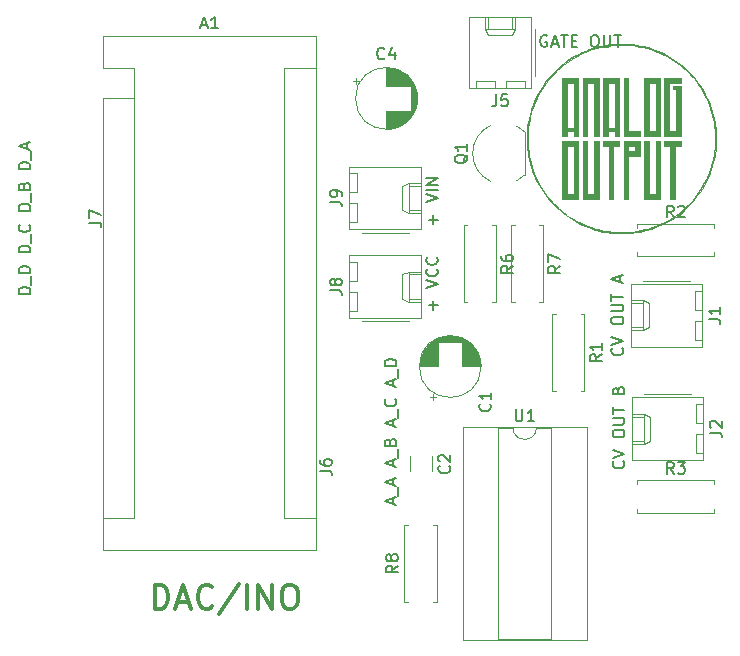
<source format=gbr>
G04 #@! TF.GenerationSoftware,KiCad,Pcbnew,5.1.5-52549c5~84~ubuntu18.04.1*
G04 #@! TF.CreationDate,2020-05-03T21:02:41-04:00*
G04 #@! TF.ProjectId,dac_ino,6461635f-696e-46f2-9e6b-696361645f70,rev?*
G04 #@! TF.SameCoordinates,Original*
G04 #@! TF.FileFunction,Legend,Top*
G04 #@! TF.FilePolarity,Positive*
%FSLAX46Y46*%
G04 Gerber Fmt 4.6, Leading zero omitted, Abs format (unit mm)*
G04 Created by KiCad (PCBNEW 5.1.5-52549c5~84~ubuntu18.04.1) date 2020-05-03 21:02:41*
%MOMM*%
%LPD*%
G04 APERTURE LIST*
%ADD10C,0.300000*%
%ADD11C,0.150000*%
%ADD12C,0.010000*%
%ADD13C,0.120000*%
G04 APERTURE END LIST*
D10*
X138500000Y-144504761D02*
X138500000Y-142504761D01*
X138976190Y-142504761D01*
X139261904Y-142600000D01*
X139452380Y-142790476D01*
X139547619Y-142980952D01*
X139642857Y-143361904D01*
X139642857Y-143647619D01*
X139547619Y-144028571D01*
X139452380Y-144219047D01*
X139261904Y-144409523D01*
X138976190Y-144504761D01*
X138500000Y-144504761D01*
X140404761Y-143933333D02*
X141357142Y-143933333D01*
X140214285Y-144504761D02*
X140880952Y-142504761D01*
X141547619Y-144504761D01*
X143357142Y-144314285D02*
X143261904Y-144409523D01*
X142976190Y-144504761D01*
X142785714Y-144504761D01*
X142500000Y-144409523D01*
X142309523Y-144219047D01*
X142214285Y-144028571D01*
X142119047Y-143647619D01*
X142119047Y-143361904D01*
X142214285Y-142980952D01*
X142309523Y-142790476D01*
X142500000Y-142600000D01*
X142785714Y-142504761D01*
X142976190Y-142504761D01*
X143261904Y-142600000D01*
X143357142Y-142695238D01*
X145642857Y-142409523D02*
X143928571Y-144980952D01*
X146309523Y-144504761D02*
X146309523Y-142504761D01*
X147261904Y-144504761D02*
X147261904Y-142504761D01*
X148404761Y-144504761D01*
X148404761Y-142504761D01*
X149738095Y-142504761D02*
X150119047Y-142504761D01*
X150309523Y-142600000D01*
X150500000Y-142790476D01*
X150595238Y-143171428D01*
X150595238Y-143838095D01*
X150500000Y-144219047D01*
X150309523Y-144409523D01*
X150119047Y-144504761D01*
X149738095Y-144504761D01*
X149547619Y-144409523D01*
X149357142Y-144219047D01*
X149261904Y-143838095D01*
X149261904Y-143171428D01*
X149357142Y-142790476D01*
X149547619Y-142600000D01*
X149738095Y-142504761D01*
D11*
X158666666Y-135619047D02*
X158666666Y-135142857D01*
X158952380Y-135714285D02*
X157952380Y-135380952D01*
X158952380Y-135047619D01*
X159047619Y-134952380D02*
X159047619Y-134190476D01*
X158666666Y-134000000D02*
X158666666Y-133523809D01*
X158952380Y-134095238D02*
X157952380Y-133761904D01*
X158952380Y-133428571D01*
X158666666Y-132380952D02*
X158666666Y-131904761D01*
X158952380Y-132476190D02*
X157952380Y-132142857D01*
X158952380Y-131809523D01*
X159047619Y-131714285D02*
X159047619Y-130952380D01*
X158428571Y-130380952D02*
X158476190Y-130238095D01*
X158523809Y-130190476D01*
X158619047Y-130142857D01*
X158761904Y-130142857D01*
X158857142Y-130190476D01*
X158904761Y-130238095D01*
X158952380Y-130333333D01*
X158952380Y-130714285D01*
X157952380Y-130714285D01*
X157952380Y-130380952D01*
X158000000Y-130285714D01*
X158047619Y-130238095D01*
X158142857Y-130190476D01*
X158238095Y-130190476D01*
X158333333Y-130238095D01*
X158380952Y-130285714D01*
X158428571Y-130380952D01*
X158428571Y-130714285D01*
X158666666Y-129000000D02*
X158666666Y-128523809D01*
X158952380Y-129095238D02*
X157952380Y-128761904D01*
X158952380Y-128428571D01*
X159047619Y-128333333D02*
X159047619Y-127571428D01*
X158857142Y-126761904D02*
X158904761Y-126809523D01*
X158952380Y-126952380D01*
X158952380Y-127047619D01*
X158904761Y-127190476D01*
X158809523Y-127285714D01*
X158714285Y-127333333D01*
X158523809Y-127380952D01*
X158380952Y-127380952D01*
X158190476Y-127333333D01*
X158095238Y-127285714D01*
X158000000Y-127190476D01*
X157952380Y-127047619D01*
X157952380Y-126952380D01*
X158000000Y-126809523D01*
X158047619Y-126761904D01*
X158666666Y-125619047D02*
X158666666Y-125142857D01*
X158952380Y-125714285D02*
X157952380Y-125380952D01*
X158952380Y-125047619D01*
X159047619Y-124952380D02*
X159047619Y-124190476D01*
X158952380Y-123952380D02*
X157952380Y-123952380D01*
X157952380Y-123714285D01*
X158000000Y-123571428D01*
X158095238Y-123476190D01*
X158190476Y-123428571D01*
X158380952Y-123380952D01*
X158523809Y-123380952D01*
X158714285Y-123428571D01*
X158809523Y-123476190D01*
X158904761Y-123571428D01*
X158952380Y-123714285D01*
X158952380Y-123952380D01*
X127952380Y-117857142D02*
X126952380Y-117857142D01*
X126952380Y-117619047D01*
X127000000Y-117476190D01*
X127095238Y-117380952D01*
X127190476Y-117333333D01*
X127380952Y-117285714D01*
X127523809Y-117285714D01*
X127714285Y-117333333D01*
X127809523Y-117380952D01*
X127904761Y-117476190D01*
X127952380Y-117619047D01*
X127952380Y-117857142D01*
X128047619Y-117095238D02*
X128047619Y-116333333D01*
X127952380Y-116095238D02*
X126952380Y-116095238D01*
X126952380Y-115857142D01*
X127000000Y-115714285D01*
X127095238Y-115619047D01*
X127190476Y-115571428D01*
X127380952Y-115523809D01*
X127523809Y-115523809D01*
X127714285Y-115571428D01*
X127809523Y-115619047D01*
X127904761Y-115714285D01*
X127952380Y-115857142D01*
X127952380Y-116095238D01*
X127952380Y-114333333D02*
X126952380Y-114333333D01*
X126952380Y-114095238D01*
X127000000Y-113952380D01*
X127095238Y-113857142D01*
X127190476Y-113809523D01*
X127380952Y-113761904D01*
X127523809Y-113761904D01*
X127714285Y-113809523D01*
X127809523Y-113857142D01*
X127904761Y-113952380D01*
X127952380Y-114095238D01*
X127952380Y-114333333D01*
X128047619Y-113571428D02*
X128047619Y-112809523D01*
X127857142Y-112000000D02*
X127904761Y-112047619D01*
X127952380Y-112190476D01*
X127952380Y-112285714D01*
X127904761Y-112428571D01*
X127809523Y-112523809D01*
X127714285Y-112571428D01*
X127523809Y-112619047D01*
X127380952Y-112619047D01*
X127190476Y-112571428D01*
X127095238Y-112523809D01*
X127000000Y-112428571D01*
X126952380Y-112285714D01*
X126952380Y-112190476D01*
X127000000Y-112047619D01*
X127047619Y-112000000D01*
X127952380Y-110809523D02*
X126952380Y-110809523D01*
X126952380Y-110571428D01*
X127000000Y-110428571D01*
X127095238Y-110333333D01*
X127190476Y-110285714D01*
X127380952Y-110238095D01*
X127523809Y-110238095D01*
X127714285Y-110285714D01*
X127809523Y-110333333D01*
X127904761Y-110428571D01*
X127952380Y-110571428D01*
X127952380Y-110809523D01*
X128047619Y-110047619D02*
X128047619Y-109285714D01*
X127428571Y-108714285D02*
X127476190Y-108571428D01*
X127523809Y-108523809D01*
X127619047Y-108476190D01*
X127761904Y-108476190D01*
X127857142Y-108523809D01*
X127904761Y-108571428D01*
X127952380Y-108666666D01*
X127952380Y-109047619D01*
X126952380Y-109047619D01*
X126952380Y-108714285D01*
X127000000Y-108619047D01*
X127047619Y-108571428D01*
X127142857Y-108523809D01*
X127238095Y-108523809D01*
X127333333Y-108571428D01*
X127380952Y-108619047D01*
X127428571Y-108714285D01*
X127428571Y-109047619D01*
X127952380Y-107285714D02*
X126952380Y-107285714D01*
X126952380Y-107047619D01*
X127000000Y-106904761D01*
X127095238Y-106809523D01*
X127190476Y-106761904D01*
X127380952Y-106714285D01*
X127523809Y-106714285D01*
X127714285Y-106761904D01*
X127809523Y-106809523D01*
X127904761Y-106904761D01*
X127952380Y-107047619D01*
X127952380Y-107285714D01*
X128047619Y-106523809D02*
X128047619Y-105761904D01*
X127666666Y-105571428D02*
X127666666Y-105095238D01*
X127952380Y-105666666D02*
X126952380Y-105333333D01*
X127952380Y-105000000D01*
X171690476Y-96000000D02*
X171595238Y-95952380D01*
X171452380Y-95952380D01*
X171309523Y-96000000D01*
X171214285Y-96095238D01*
X171166666Y-96190476D01*
X171119047Y-96380952D01*
X171119047Y-96523809D01*
X171166666Y-96714285D01*
X171214285Y-96809523D01*
X171309523Y-96904761D01*
X171452380Y-96952380D01*
X171547619Y-96952380D01*
X171690476Y-96904761D01*
X171738095Y-96857142D01*
X171738095Y-96523809D01*
X171547619Y-96523809D01*
X172119047Y-96666666D02*
X172595238Y-96666666D01*
X172023809Y-96952380D02*
X172357142Y-95952380D01*
X172690476Y-96952380D01*
X172880952Y-95952380D02*
X173452380Y-95952380D01*
X173166666Y-96952380D02*
X173166666Y-95952380D01*
X173785714Y-96428571D02*
X174119047Y-96428571D01*
X174261904Y-96952380D02*
X173785714Y-96952380D01*
X173785714Y-95952380D01*
X174261904Y-95952380D01*
X175642857Y-95952380D02*
X175833333Y-95952380D01*
X175928571Y-96000000D01*
X176023809Y-96095238D01*
X176071428Y-96285714D01*
X176071428Y-96619047D01*
X176023809Y-96809523D01*
X175928571Y-96904761D01*
X175833333Y-96952380D01*
X175642857Y-96952380D01*
X175547619Y-96904761D01*
X175452380Y-96809523D01*
X175404761Y-96619047D01*
X175404761Y-96285714D01*
X175452380Y-96095238D01*
X175547619Y-96000000D01*
X175642857Y-95952380D01*
X176500000Y-95952380D02*
X176500000Y-96761904D01*
X176547619Y-96857142D01*
X176595238Y-96904761D01*
X176690476Y-96952380D01*
X176880952Y-96952380D01*
X176976190Y-96904761D01*
X177023809Y-96857142D01*
X177071428Y-96761904D01*
X177071428Y-95952380D01*
X177404761Y-95952380D02*
X177976190Y-95952380D01*
X177690476Y-96952380D02*
X177690476Y-95952380D01*
X162071428Y-119190476D02*
X162071428Y-118428571D01*
X162452380Y-118809523D02*
X161690476Y-118809523D01*
X161452380Y-117333333D02*
X162452380Y-117000000D01*
X161452380Y-116666666D01*
X162357142Y-115761904D02*
X162404761Y-115809523D01*
X162452380Y-115952380D01*
X162452380Y-116047619D01*
X162404761Y-116190476D01*
X162309523Y-116285714D01*
X162214285Y-116333333D01*
X162023809Y-116380952D01*
X161880952Y-116380952D01*
X161690476Y-116333333D01*
X161595238Y-116285714D01*
X161500000Y-116190476D01*
X161452380Y-116047619D01*
X161452380Y-115952380D01*
X161500000Y-115809523D01*
X161547619Y-115761904D01*
X162357142Y-114761904D02*
X162404761Y-114809523D01*
X162452380Y-114952380D01*
X162452380Y-115047619D01*
X162404761Y-115190476D01*
X162309523Y-115285714D01*
X162214285Y-115333333D01*
X162023809Y-115380952D01*
X161880952Y-115380952D01*
X161690476Y-115333333D01*
X161595238Y-115285714D01*
X161500000Y-115190476D01*
X161452380Y-115047619D01*
X161452380Y-114952380D01*
X161500000Y-114809523D01*
X161547619Y-114761904D01*
X162071428Y-111952380D02*
X162071428Y-111190476D01*
X162452380Y-111571428D02*
X161690476Y-111571428D01*
X161452380Y-110095238D02*
X162452380Y-109761904D01*
X161452380Y-109428571D01*
X162452380Y-109095238D02*
X161452380Y-109095238D01*
X162452380Y-108619047D02*
X161452380Y-108619047D01*
X162452380Y-108047619D01*
X161452380Y-108047619D01*
X178057142Y-122438095D02*
X178104761Y-122485714D01*
X178152380Y-122628571D01*
X178152380Y-122723809D01*
X178104761Y-122866666D01*
X178009523Y-122961904D01*
X177914285Y-123009523D01*
X177723809Y-123057142D01*
X177580952Y-123057142D01*
X177390476Y-123009523D01*
X177295238Y-122961904D01*
X177200000Y-122866666D01*
X177152380Y-122723809D01*
X177152380Y-122628571D01*
X177200000Y-122485714D01*
X177247619Y-122438095D01*
X177152380Y-122152380D02*
X178152380Y-121819047D01*
X177152380Y-121485714D01*
X177152380Y-120200000D02*
X177152380Y-120009523D01*
X177200000Y-119914285D01*
X177295238Y-119819047D01*
X177485714Y-119771428D01*
X177819047Y-119771428D01*
X178009523Y-119819047D01*
X178104761Y-119914285D01*
X178152380Y-120009523D01*
X178152380Y-120200000D01*
X178104761Y-120295238D01*
X178009523Y-120390476D01*
X177819047Y-120438095D01*
X177485714Y-120438095D01*
X177295238Y-120390476D01*
X177200000Y-120295238D01*
X177152380Y-120200000D01*
X177152380Y-119342857D02*
X177961904Y-119342857D01*
X178057142Y-119295238D01*
X178104761Y-119247619D01*
X178152380Y-119152380D01*
X178152380Y-118961904D01*
X178104761Y-118866666D01*
X178057142Y-118819047D01*
X177961904Y-118771428D01*
X177152380Y-118771428D01*
X177152380Y-118438095D02*
X177152380Y-117866666D01*
X178152380Y-118152380D02*
X177152380Y-118152380D01*
X177866666Y-116819047D02*
X177866666Y-116342857D01*
X178152380Y-116914285D02*
X177152380Y-116580952D01*
X178152380Y-116247619D01*
X178157142Y-132009523D02*
X178204761Y-132057142D01*
X178252380Y-132200000D01*
X178252380Y-132295238D01*
X178204761Y-132438095D01*
X178109523Y-132533333D01*
X178014285Y-132580952D01*
X177823809Y-132628571D01*
X177680952Y-132628571D01*
X177490476Y-132580952D01*
X177395238Y-132533333D01*
X177300000Y-132438095D01*
X177252380Y-132295238D01*
X177252380Y-132200000D01*
X177300000Y-132057142D01*
X177347619Y-132009523D01*
X177252380Y-131723809D02*
X178252380Y-131390476D01*
X177252380Y-131057142D01*
X177252380Y-129771428D02*
X177252380Y-129580952D01*
X177300000Y-129485714D01*
X177395238Y-129390476D01*
X177585714Y-129342857D01*
X177919047Y-129342857D01*
X178109523Y-129390476D01*
X178204761Y-129485714D01*
X178252380Y-129580952D01*
X178252380Y-129771428D01*
X178204761Y-129866666D01*
X178109523Y-129961904D01*
X177919047Y-130009523D01*
X177585714Y-130009523D01*
X177395238Y-129961904D01*
X177300000Y-129866666D01*
X177252380Y-129771428D01*
X177252380Y-128914285D02*
X178061904Y-128914285D01*
X178157142Y-128866666D01*
X178204761Y-128819047D01*
X178252380Y-128723809D01*
X178252380Y-128533333D01*
X178204761Y-128438095D01*
X178157142Y-128390476D01*
X178061904Y-128342857D01*
X177252380Y-128342857D01*
X177252380Y-128009523D02*
X177252380Y-127438095D01*
X178252380Y-127723809D02*
X177252380Y-127723809D01*
X177728571Y-126009523D02*
X177776190Y-125866666D01*
X177823809Y-125819047D01*
X177919047Y-125771428D01*
X178061904Y-125771428D01*
X178157142Y-125819047D01*
X178204761Y-125866666D01*
X178252380Y-125961904D01*
X178252380Y-126342857D01*
X177252380Y-126342857D01*
X177252380Y-126009523D01*
X177300000Y-125914285D01*
X177347619Y-125866666D01*
X177442857Y-125819047D01*
X177538095Y-125819047D01*
X177633333Y-125866666D01*
X177680952Y-125914285D01*
X177728571Y-126009523D01*
X177728571Y-126342857D01*
D12*
G36*
X178174991Y-96675735D02*
G01*
X178390629Y-96682774D01*
X178598909Y-96695337D01*
X178609600Y-96696151D01*
X178928374Y-96727031D01*
X179244574Y-96770289D01*
X179557904Y-96825818D01*
X179868072Y-96893510D01*
X180174782Y-96973257D01*
X180477741Y-97064950D01*
X180776654Y-97168480D01*
X181071227Y-97283741D01*
X181361166Y-97410622D01*
X181646177Y-97549017D01*
X181925965Y-97698816D01*
X182200237Y-97859912D01*
X182468699Y-98032196D01*
X182724400Y-98210716D01*
X182972396Y-98398759D01*
X183213921Y-98597428D01*
X183448286Y-98806041D01*
X183674801Y-99023919D01*
X183892777Y-99250380D01*
X184101524Y-99484742D01*
X184300355Y-99726326D01*
X184433860Y-99900161D01*
X184618876Y-100158787D01*
X184793230Y-100424146D01*
X184956761Y-100695861D01*
X185109306Y-100973556D01*
X185250704Y-101256854D01*
X185380794Y-101545380D01*
X185499413Y-101838756D01*
X185606399Y-102136608D01*
X185701591Y-102438557D01*
X185784827Y-102744229D01*
X185855945Y-103053246D01*
X185909055Y-103331575D01*
X185937042Y-103504235D01*
X185961037Y-103675168D01*
X185981439Y-103847803D01*
X185998648Y-104025570D01*
X186013063Y-104211896D01*
X186014931Y-104239625D01*
X186017042Y-104279936D01*
X186018835Y-104331142D01*
X186020311Y-104391464D01*
X186021469Y-104459124D01*
X186022310Y-104532341D01*
X186022833Y-104609338D01*
X186023039Y-104688334D01*
X186022926Y-104767552D01*
X186022496Y-104845212D01*
X186021748Y-104919534D01*
X186020681Y-104988741D01*
X186019296Y-105051053D01*
X186017593Y-105104691D01*
X186015571Y-105147876D01*
X186014991Y-105157200D01*
X185993639Y-105425334D01*
X185965676Y-105684351D01*
X185930812Y-105936148D01*
X185888757Y-106182622D01*
X185839221Y-106425671D01*
X185787955Y-106643241D01*
X185703741Y-106953427D01*
X185607846Y-107258673D01*
X185500362Y-107558811D01*
X185381378Y-107853671D01*
X185250984Y-108143085D01*
X185109271Y-108426882D01*
X184956329Y-108704895D01*
X184792247Y-108976954D01*
X184617117Y-109242889D01*
X184431028Y-109502532D01*
X184234070Y-109755714D01*
X184026334Y-110002265D01*
X183954446Y-110083239D01*
X183922488Y-110118069D01*
X183882958Y-110160027D01*
X183837387Y-110207566D01*
X183787310Y-110259144D01*
X183734262Y-110313214D01*
X183679776Y-110368232D01*
X183625386Y-110422654D01*
X183572626Y-110474935D01*
X183523031Y-110523529D01*
X183478134Y-110566893D01*
X183439469Y-110603481D01*
X183419725Y-110621698D01*
X183177164Y-110834082D01*
X182927826Y-111035786D01*
X182671968Y-111226703D01*
X182409846Y-111406729D01*
X182141717Y-111575757D01*
X181867836Y-111733681D01*
X181588462Y-111880395D01*
X181303851Y-112015794D01*
X181014258Y-112139772D01*
X180719941Y-112252223D01*
X180421156Y-112353041D01*
X180118160Y-112442120D01*
X179811210Y-112519355D01*
X179500562Y-112584638D01*
X179186472Y-112637866D01*
X178869198Y-112678931D01*
X178548996Y-112707728D01*
X178333375Y-112720087D01*
X178294019Y-112721469D01*
X178244526Y-112722637D01*
X178187151Y-112723583D01*
X178124151Y-112724301D01*
X178057781Y-112724782D01*
X177990295Y-112725020D01*
X177923951Y-112725006D01*
X177861003Y-112724734D01*
X177803708Y-112724196D01*
X177754319Y-112723385D01*
X177715094Y-112722293D01*
X177711075Y-112722138D01*
X177389278Y-112703071D01*
X177070045Y-112671720D01*
X176753659Y-112628190D01*
X176440404Y-112572587D01*
X176130562Y-112505016D01*
X175824416Y-112425583D01*
X175522249Y-112334392D01*
X175224345Y-112231550D01*
X174930987Y-112117162D01*
X174642457Y-111991333D01*
X174359038Y-111854168D01*
X174081015Y-111705773D01*
X173808669Y-111546253D01*
X173542285Y-111375714D01*
X173282144Y-111194261D01*
X173028530Y-111002000D01*
X172973975Y-110958532D01*
X172762582Y-110782109D01*
X172553698Y-110594938D01*
X172349323Y-110398964D01*
X172151459Y-110196129D01*
X171962107Y-109988375D01*
X171894199Y-109910175D01*
X171696322Y-109669527D01*
X171507571Y-109420284D01*
X171328302Y-109163034D01*
X171158871Y-108898365D01*
X170999632Y-108626867D01*
X170850941Y-108349127D01*
X170713153Y-108065734D01*
X170586623Y-107777277D01*
X170544962Y-107674975D01*
X170433049Y-107377599D01*
X170333287Y-107076886D01*
X170245687Y-106773211D01*
X170170261Y-106466952D01*
X170107022Y-106158484D01*
X170055980Y-105848185D01*
X170017150Y-105536431D01*
X169990541Y-105223599D01*
X169976167Y-104910065D01*
X169974743Y-104700000D01*
X170059475Y-104700000D01*
X170059580Y-104796293D01*
X170059947Y-104881638D01*
X170060658Y-104957786D01*
X170061792Y-105026488D01*
X170063429Y-105089495D01*
X170065649Y-105148557D01*
X170068532Y-105205424D01*
X170072159Y-105261849D01*
X170076609Y-105319581D01*
X170081963Y-105380371D01*
X170088301Y-105445971D01*
X170095702Y-105518131D01*
X170097812Y-105538200D01*
X170137267Y-105851784D01*
X170189082Y-106162810D01*
X170253113Y-106470937D01*
X170329214Y-106775827D01*
X170417242Y-107077138D01*
X170517051Y-107374531D01*
X170628497Y-107667665D01*
X170751435Y-107956201D01*
X170885722Y-108239799D01*
X171031211Y-108518118D01*
X171187758Y-108790819D01*
X171355219Y-109057562D01*
X171533450Y-109318007D01*
X171722304Y-109571813D01*
X171915722Y-109811595D01*
X171974700Y-109881174D01*
X172031615Y-109946716D01*
X172088272Y-110010173D01*
X172146476Y-110073500D01*
X172208032Y-110138647D01*
X172274744Y-110207568D01*
X172348418Y-110282215D01*
X172379871Y-110313744D01*
X172508278Y-110440062D01*
X172632218Y-110557562D01*
X172753963Y-110668192D01*
X172875785Y-110773898D01*
X172999956Y-110876628D01*
X173128745Y-110978330D01*
X173264427Y-111080950D01*
X173337040Y-111134290D01*
X173579212Y-111303233D01*
X173830297Y-111464170D01*
X174089121Y-111616523D01*
X174354511Y-111759718D01*
X174625290Y-111893179D01*
X174900285Y-112016331D01*
X175178321Y-112128598D01*
X175458223Y-112229404D01*
X175738818Y-112318175D01*
X175774325Y-112328524D01*
X176003846Y-112391549D01*
X176229880Y-112446941D01*
X176454561Y-112495055D01*
X176680028Y-112536244D01*
X176908415Y-112570863D01*
X177141859Y-112599267D01*
X177382498Y-112621810D01*
X177632466Y-112638847D01*
X177650750Y-112639864D01*
X177678707Y-112640894D01*
X177717779Y-112641600D01*
X177766385Y-112642002D01*
X177822944Y-112642121D01*
X177885874Y-112641975D01*
X177953596Y-112641584D01*
X178024528Y-112640970D01*
X178097089Y-112640150D01*
X178169698Y-112639146D01*
X178240776Y-112637976D01*
X178308740Y-112636661D01*
X178372010Y-112635221D01*
X178429005Y-112633675D01*
X178478144Y-112632043D01*
X178517846Y-112630346D01*
X178546100Y-112628635D01*
X178690558Y-112616665D01*
X178825841Y-112603570D01*
X178955455Y-112588923D01*
X179082903Y-112572300D01*
X179211692Y-112553277D01*
X179339850Y-112532359D01*
X179649490Y-112473295D01*
X179956131Y-112401975D01*
X180259392Y-112318569D01*
X180558895Y-112223249D01*
X180854263Y-112116185D01*
X181145116Y-111997547D01*
X181431077Y-111867506D01*
X181711766Y-111726233D01*
X181986806Y-111573898D01*
X182255819Y-111410672D01*
X182518425Y-111236725D01*
X182774247Y-111052227D01*
X182981575Y-110890866D01*
X183189717Y-110717043D01*
X183394452Y-110533804D01*
X183593631Y-110343227D01*
X183785102Y-110147393D01*
X183966715Y-109948381D01*
X184022169Y-109884632D01*
X184225140Y-109638812D01*
X184417637Y-109385875D01*
X184599532Y-109126036D01*
X184770694Y-108859510D01*
X184930991Y-108586511D01*
X185080295Y-108307255D01*
X185218473Y-108021957D01*
X185345396Y-107730832D01*
X185376354Y-107654666D01*
X185488636Y-107357325D01*
X185588792Y-107056408D01*
X185676748Y-106752227D01*
X185752428Y-106445092D01*
X185815756Y-106135316D01*
X185866658Y-105823210D01*
X185905058Y-105509086D01*
X185911817Y-105439775D01*
X185917793Y-105374465D01*
X185922893Y-105315676D01*
X185927185Y-105261664D01*
X185930737Y-105210687D01*
X185933618Y-105161004D01*
X185935894Y-105110873D01*
X185937634Y-105058551D01*
X185938907Y-105002296D01*
X185939779Y-104940367D01*
X185940319Y-104871022D01*
X185940595Y-104792518D01*
X185940674Y-104703113D01*
X185940675Y-104700000D01*
X185940600Y-104610211D01*
X185940332Y-104531379D01*
X185939801Y-104461763D01*
X185938941Y-104399620D01*
X185937683Y-104343208D01*
X185935959Y-104290785D01*
X185933701Y-104240610D01*
X185930841Y-104190940D01*
X185927312Y-104140033D01*
X185923045Y-104086147D01*
X185917972Y-104027541D01*
X185912026Y-103962471D01*
X185911817Y-103960225D01*
X185876271Y-103646587D01*
X185828284Y-103335048D01*
X185767999Y-103025996D01*
X185695559Y-102719818D01*
X185611109Y-102416902D01*
X185514791Y-102117635D01*
X185406748Y-101822406D01*
X185287124Y-101531601D01*
X185156061Y-101245608D01*
X185013704Y-100964815D01*
X184860196Y-100689610D01*
X184695679Y-100420379D01*
X184520297Y-100157511D01*
X184490694Y-100115300D01*
X184303809Y-99861644D01*
X184106646Y-99615341D01*
X183899486Y-99376690D01*
X183682611Y-99145990D01*
X183456304Y-98923539D01*
X183220846Y-98709637D01*
X182976519Y-98504582D01*
X182953000Y-98485687D01*
X182709432Y-98298764D01*
X182457192Y-98120822D01*
X182196942Y-97952232D01*
X181929348Y-97793367D01*
X181655075Y-97644601D01*
X181374787Y-97506305D01*
X181089149Y-97378853D01*
X180798825Y-97262617D01*
X180717800Y-97232502D01*
X180434472Y-97135024D01*
X180148299Y-97048738D01*
X179858533Y-96973486D01*
X179564427Y-96909108D01*
X179265234Y-96855447D01*
X178960209Y-96812344D01*
X178648604Y-96779641D01*
X178539750Y-96770767D01*
X178488630Y-96767595D01*
X178426592Y-96764898D01*
X178355407Y-96762679D01*
X178276847Y-96760935D01*
X178192685Y-96759667D01*
X178104691Y-96758876D01*
X178014639Y-96758561D01*
X177924300Y-96758722D01*
X177835447Y-96759359D01*
X177749851Y-96760473D01*
X177669284Y-96762062D01*
X177595520Y-96764128D01*
X177530329Y-96766670D01*
X177475483Y-96769689D01*
X177460250Y-96770767D01*
X177184454Y-96795598D01*
X176917162Y-96827842D01*
X176656314Y-96867858D01*
X176399856Y-96916002D01*
X176145729Y-96972631D01*
X175891876Y-97038104D01*
X175842681Y-97051805D01*
X175542873Y-97142852D01*
X175246573Y-97245948D01*
X174954304Y-97360819D01*
X174666593Y-97487187D01*
X174383963Y-97624778D01*
X174106940Y-97773317D01*
X173836048Y-97932527D01*
X173571812Y-98102134D01*
X173314756Y-98281861D01*
X173065405Y-98471434D01*
X172930372Y-98580928D01*
X172785437Y-98704537D01*
X172638871Y-98835990D01*
X172493080Y-98972948D01*
X172350470Y-99113072D01*
X172213447Y-99254023D01*
X172084417Y-99393463D01*
X172021431Y-99464425D01*
X171817557Y-99707239D01*
X171624008Y-99957244D01*
X171440935Y-100214096D01*
X171268488Y-100477449D01*
X171106817Y-100746959D01*
X170956073Y-101022283D01*
X170816408Y-101303076D01*
X170687970Y-101588995D01*
X170570912Y-101879694D01*
X170465383Y-102174830D01*
X170371534Y-102474058D01*
X170289515Y-102777035D01*
X170219478Y-103083415D01*
X170161572Y-103392856D01*
X170115949Y-103705012D01*
X170097812Y-103861800D01*
X170090121Y-103935953D01*
X170083514Y-104003091D01*
X170077912Y-104064965D01*
X170073235Y-104123324D01*
X170069401Y-104179920D01*
X170066332Y-104236504D01*
X170063947Y-104294826D01*
X170062166Y-104356638D01*
X170060909Y-104423689D01*
X170060096Y-104497731D01*
X170059647Y-104580515D01*
X170059481Y-104673791D01*
X170059475Y-104700000D01*
X169974743Y-104700000D01*
X169974039Y-104596206D01*
X169984169Y-104282399D01*
X170006569Y-103969019D01*
X170041252Y-103656445D01*
X170088229Y-103345052D01*
X170147512Y-103035217D01*
X170219113Y-102727317D01*
X170303045Y-102421728D01*
X170370756Y-102204450D01*
X170475926Y-101903487D01*
X170592745Y-101607463D01*
X170721048Y-101316663D01*
X170860665Y-101031376D01*
X171011429Y-100751888D01*
X171173174Y-100478485D01*
X171345731Y-100211455D01*
X171528932Y-99951084D01*
X171722611Y-99697661D01*
X171926599Y-99451470D01*
X172078462Y-99280275D01*
X172108217Y-99248295D01*
X172145594Y-99209116D01*
X172189029Y-99164307D01*
X172236954Y-99115433D01*
X172287803Y-99064061D01*
X172340008Y-99011757D01*
X172392004Y-98960090D01*
X172442222Y-98910624D01*
X172489097Y-98864928D01*
X172531062Y-98824568D01*
X172566549Y-98791110D01*
X172580275Y-98778462D01*
X172821047Y-98567276D01*
X173069184Y-98366321D01*
X173324396Y-98175760D01*
X173586395Y-97995753D01*
X173854890Y-97826464D01*
X174129594Y-97668054D01*
X174410216Y-97520685D01*
X174696469Y-97384520D01*
X174988061Y-97259720D01*
X175284705Y-97146447D01*
X175586111Y-97044863D01*
X175777500Y-96987174D01*
X176086397Y-96904847D01*
X176398110Y-96834900D01*
X176712588Y-96777345D01*
X177029775Y-96732191D01*
X177314200Y-96702451D01*
X177521597Y-96687578D01*
X177736707Y-96678156D01*
X177955760Y-96674202D01*
X178174991Y-96675735D01*
G37*
X178174991Y-96675735D02*
X178390629Y-96682774D01*
X178598909Y-96695337D01*
X178609600Y-96696151D01*
X178928374Y-96727031D01*
X179244574Y-96770289D01*
X179557904Y-96825818D01*
X179868072Y-96893510D01*
X180174782Y-96973257D01*
X180477741Y-97064950D01*
X180776654Y-97168480D01*
X181071227Y-97283741D01*
X181361166Y-97410622D01*
X181646177Y-97549017D01*
X181925965Y-97698816D01*
X182200237Y-97859912D01*
X182468699Y-98032196D01*
X182724400Y-98210716D01*
X182972396Y-98398759D01*
X183213921Y-98597428D01*
X183448286Y-98806041D01*
X183674801Y-99023919D01*
X183892777Y-99250380D01*
X184101524Y-99484742D01*
X184300355Y-99726326D01*
X184433860Y-99900161D01*
X184618876Y-100158787D01*
X184793230Y-100424146D01*
X184956761Y-100695861D01*
X185109306Y-100973556D01*
X185250704Y-101256854D01*
X185380794Y-101545380D01*
X185499413Y-101838756D01*
X185606399Y-102136608D01*
X185701591Y-102438557D01*
X185784827Y-102744229D01*
X185855945Y-103053246D01*
X185909055Y-103331575D01*
X185937042Y-103504235D01*
X185961037Y-103675168D01*
X185981439Y-103847803D01*
X185998648Y-104025570D01*
X186013063Y-104211896D01*
X186014931Y-104239625D01*
X186017042Y-104279936D01*
X186018835Y-104331142D01*
X186020311Y-104391464D01*
X186021469Y-104459124D01*
X186022310Y-104532341D01*
X186022833Y-104609338D01*
X186023039Y-104688334D01*
X186022926Y-104767552D01*
X186022496Y-104845212D01*
X186021748Y-104919534D01*
X186020681Y-104988741D01*
X186019296Y-105051053D01*
X186017593Y-105104691D01*
X186015571Y-105147876D01*
X186014991Y-105157200D01*
X185993639Y-105425334D01*
X185965676Y-105684351D01*
X185930812Y-105936148D01*
X185888757Y-106182622D01*
X185839221Y-106425671D01*
X185787955Y-106643241D01*
X185703741Y-106953427D01*
X185607846Y-107258673D01*
X185500362Y-107558811D01*
X185381378Y-107853671D01*
X185250984Y-108143085D01*
X185109271Y-108426882D01*
X184956329Y-108704895D01*
X184792247Y-108976954D01*
X184617117Y-109242889D01*
X184431028Y-109502532D01*
X184234070Y-109755714D01*
X184026334Y-110002265D01*
X183954446Y-110083239D01*
X183922488Y-110118069D01*
X183882958Y-110160027D01*
X183837387Y-110207566D01*
X183787310Y-110259144D01*
X183734262Y-110313214D01*
X183679776Y-110368232D01*
X183625386Y-110422654D01*
X183572626Y-110474935D01*
X183523031Y-110523529D01*
X183478134Y-110566893D01*
X183439469Y-110603481D01*
X183419725Y-110621698D01*
X183177164Y-110834082D01*
X182927826Y-111035786D01*
X182671968Y-111226703D01*
X182409846Y-111406729D01*
X182141717Y-111575757D01*
X181867836Y-111733681D01*
X181588462Y-111880395D01*
X181303851Y-112015794D01*
X181014258Y-112139772D01*
X180719941Y-112252223D01*
X180421156Y-112353041D01*
X180118160Y-112442120D01*
X179811210Y-112519355D01*
X179500562Y-112584638D01*
X179186472Y-112637866D01*
X178869198Y-112678931D01*
X178548996Y-112707728D01*
X178333375Y-112720087D01*
X178294019Y-112721469D01*
X178244526Y-112722637D01*
X178187151Y-112723583D01*
X178124151Y-112724301D01*
X178057781Y-112724782D01*
X177990295Y-112725020D01*
X177923951Y-112725006D01*
X177861003Y-112724734D01*
X177803708Y-112724196D01*
X177754319Y-112723385D01*
X177715094Y-112722293D01*
X177711075Y-112722138D01*
X177389278Y-112703071D01*
X177070045Y-112671720D01*
X176753659Y-112628190D01*
X176440404Y-112572587D01*
X176130562Y-112505016D01*
X175824416Y-112425583D01*
X175522249Y-112334392D01*
X175224345Y-112231550D01*
X174930987Y-112117162D01*
X174642457Y-111991333D01*
X174359038Y-111854168D01*
X174081015Y-111705773D01*
X173808669Y-111546253D01*
X173542285Y-111375714D01*
X173282144Y-111194261D01*
X173028530Y-111002000D01*
X172973975Y-110958532D01*
X172762582Y-110782109D01*
X172553698Y-110594938D01*
X172349323Y-110398964D01*
X172151459Y-110196129D01*
X171962107Y-109988375D01*
X171894199Y-109910175D01*
X171696322Y-109669527D01*
X171507571Y-109420284D01*
X171328302Y-109163034D01*
X171158871Y-108898365D01*
X170999632Y-108626867D01*
X170850941Y-108349127D01*
X170713153Y-108065734D01*
X170586623Y-107777277D01*
X170544962Y-107674975D01*
X170433049Y-107377599D01*
X170333287Y-107076886D01*
X170245687Y-106773211D01*
X170170261Y-106466952D01*
X170107022Y-106158484D01*
X170055980Y-105848185D01*
X170017150Y-105536431D01*
X169990541Y-105223599D01*
X169976167Y-104910065D01*
X169974743Y-104700000D01*
X170059475Y-104700000D01*
X170059580Y-104796293D01*
X170059947Y-104881638D01*
X170060658Y-104957786D01*
X170061792Y-105026488D01*
X170063429Y-105089495D01*
X170065649Y-105148557D01*
X170068532Y-105205424D01*
X170072159Y-105261849D01*
X170076609Y-105319581D01*
X170081963Y-105380371D01*
X170088301Y-105445971D01*
X170095702Y-105518131D01*
X170097812Y-105538200D01*
X170137267Y-105851784D01*
X170189082Y-106162810D01*
X170253113Y-106470937D01*
X170329214Y-106775827D01*
X170417242Y-107077138D01*
X170517051Y-107374531D01*
X170628497Y-107667665D01*
X170751435Y-107956201D01*
X170885722Y-108239799D01*
X171031211Y-108518118D01*
X171187758Y-108790819D01*
X171355219Y-109057562D01*
X171533450Y-109318007D01*
X171722304Y-109571813D01*
X171915722Y-109811595D01*
X171974700Y-109881174D01*
X172031615Y-109946716D01*
X172088272Y-110010173D01*
X172146476Y-110073500D01*
X172208032Y-110138647D01*
X172274744Y-110207568D01*
X172348418Y-110282215D01*
X172379871Y-110313744D01*
X172508278Y-110440062D01*
X172632218Y-110557562D01*
X172753963Y-110668192D01*
X172875785Y-110773898D01*
X172999956Y-110876628D01*
X173128745Y-110978330D01*
X173264427Y-111080950D01*
X173337040Y-111134290D01*
X173579212Y-111303233D01*
X173830297Y-111464170D01*
X174089121Y-111616523D01*
X174354511Y-111759718D01*
X174625290Y-111893179D01*
X174900285Y-112016331D01*
X175178321Y-112128598D01*
X175458223Y-112229404D01*
X175738818Y-112318175D01*
X175774325Y-112328524D01*
X176003846Y-112391549D01*
X176229880Y-112446941D01*
X176454561Y-112495055D01*
X176680028Y-112536244D01*
X176908415Y-112570863D01*
X177141859Y-112599267D01*
X177382498Y-112621810D01*
X177632466Y-112638847D01*
X177650750Y-112639864D01*
X177678707Y-112640894D01*
X177717779Y-112641600D01*
X177766385Y-112642002D01*
X177822944Y-112642121D01*
X177885874Y-112641975D01*
X177953596Y-112641584D01*
X178024528Y-112640970D01*
X178097089Y-112640150D01*
X178169698Y-112639146D01*
X178240776Y-112637976D01*
X178308740Y-112636661D01*
X178372010Y-112635221D01*
X178429005Y-112633675D01*
X178478144Y-112632043D01*
X178517846Y-112630346D01*
X178546100Y-112628635D01*
X178690558Y-112616665D01*
X178825841Y-112603570D01*
X178955455Y-112588923D01*
X179082903Y-112572300D01*
X179211692Y-112553277D01*
X179339850Y-112532359D01*
X179649490Y-112473295D01*
X179956131Y-112401975D01*
X180259392Y-112318569D01*
X180558895Y-112223249D01*
X180854263Y-112116185D01*
X181145116Y-111997547D01*
X181431077Y-111867506D01*
X181711766Y-111726233D01*
X181986806Y-111573898D01*
X182255819Y-111410672D01*
X182518425Y-111236725D01*
X182774247Y-111052227D01*
X182981575Y-110890866D01*
X183189717Y-110717043D01*
X183394452Y-110533804D01*
X183593631Y-110343227D01*
X183785102Y-110147393D01*
X183966715Y-109948381D01*
X184022169Y-109884632D01*
X184225140Y-109638812D01*
X184417637Y-109385875D01*
X184599532Y-109126036D01*
X184770694Y-108859510D01*
X184930991Y-108586511D01*
X185080295Y-108307255D01*
X185218473Y-108021957D01*
X185345396Y-107730832D01*
X185376354Y-107654666D01*
X185488636Y-107357325D01*
X185588792Y-107056408D01*
X185676748Y-106752227D01*
X185752428Y-106445092D01*
X185815756Y-106135316D01*
X185866658Y-105823210D01*
X185905058Y-105509086D01*
X185911817Y-105439775D01*
X185917793Y-105374465D01*
X185922893Y-105315676D01*
X185927185Y-105261664D01*
X185930737Y-105210687D01*
X185933618Y-105161004D01*
X185935894Y-105110873D01*
X185937634Y-105058551D01*
X185938907Y-105002296D01*
X185939779Y-104940367D01*
X185940319Y-104871022D01*
X185940595Y-104792518D01*
X185940674Y-104703113D01*
X185940675Y-104700000D01*
X185940600Y-104610211D01*
X185940332Y-104531379D01*
X185939801Y-104461763D01*
X185938941Y-104399620D01*
X185937683Y-104343208D01*
X185935959Y-104290785D01*
X185933701Y-104240610D01*
X185930841Y-104190940D01*
X185927312Y-104140033D01*
X185923045Y-104086147D01*
X185917972Y-104027541D01*
X185912026Y-103962471D01*
X185911817Y-103960225D01*
X185876271Y-103646587D01*
X185828284Y-103335048D01*
X185767999Y-103025996D01*
X185695559Y-102719818D01*
X185611109Y-102416902D01*
X185514791Y-102117635D01*
X185406748Y-101822406D01*
X185287124Y-101531601D01*
X185156061Y-101245608D01*
X185013704Y-100964815D01*
X184860196Y-100689610D01*
X184695679Y-100420379D01*
X184520297Y-100157511D01*
X184490694Y-100115300D01*
X184303809Y-99861644D01*
X184106646Y-99615341D01*
X183899486Y-99376690D01*
X183682611Y-99145990D01*
X183456304Y-98923539D01*
X183220846Y-98709637D01*
X182976519Y-98504582D01*
X182953000Y-98485687D01*
X182709432Y-98298764D01*
X182457192Y-98120822D01*
X182196942Y-97952232D01*
X181929348Y-97793367D01*
X181655075Y-97644601D01*
X181374787Y-97506305D01*
X181089149Y-97378853D01*
X180798825Y-97262617D01*
X180717800Y-97232502D01*
X180434472Y-97135024D01*
X180148299Y-97048738D01*
X179858533Y-96973486D01*
X179564427Y-96909108D01*
X179265234Y-96855447D01*
X178960209Y-96812344D01*
X178648604Y-96779641D01*
X178539750Y-96770767D01*
X178488630Y-96767595D01*
X178426592Y-96764898D01*
X178355407Y-96762679D01*
X178276847Y-96760935D01*
X178192685Y-96759667D01*
X178104691Y-96758876D01*
X178014639Y-96758561D01*
X177924300Y-96758722D01*
X177835447Y-96759359D01*
X177749851Y-96760473D01*
X177669284Y-96762062D01*
X177595520Y-96764128D01*
X177530329Y-96766670D01*
X177475483Y-96769689D01*
X177460250Y-96770767D01*
X177184454Y-96795598D01*
X176917162Y-96827842D01*
X176656314Y-96867858D01*
X176399856Y-96916002D01*
X176145729Y-96972631D01*
X175891876Y-97038104D01*
X175842681Y-97051805D01*
X175542873Y-97142852D01*
X175246573Y-97245948D01*
X174954304Y-97360819D01*
X174666593Y-97487187D01*
X174383963Y-97624778D01*
X174106940Y-97773317D01*
X173836048Y-97932527D01*
X173571812Y-98102134D01*
X173314756Y-98281861D01*
X173065405Y-98471434D01*
X172930372Y-98580928D01*
X172785437Y-98704537D01*
X172638871Y-98835990D01*
X172493080Y-98972948D01*
X172350470Y-99113072D01*
X172213447Y-99254023D01*
X172084417Y-99393463D01*
X172021431Y-99464425D01*
X171817557Y-99707239D01*
X171624008Y-99957244D01*
X171440935Y-100214096D01*
X171268488Y-100477449D01*
X171106817Y-100746959D01*
X170956073Y-101022283D01*
X170816408Y-101303076D01*
X170687970Y-101588995D01*
X170570912Y-101879694D01*
X170465383Y-102174830D01*
X170371534Y-102474058D01*
X170289515Y-102777035D01*
X170219478Y-103083415D01*
X170161572Y-103392856D01*
X170115949Y-103705012D01*
X170097812Y-103861800D01*
X170090121Y-103935953D01*
X170083514Y-104003091D01*
X170077912Y-104064965D01*
X170073235Y-104123324D01*
X170069401Y-104179920D01*
X170066332Y-104236504D01*
X170063947Y-104294826D01*
X170062166Y-104356638D01*
X170060909Y-104423689D01*
X170060096Y-104497731D01*
X170059647Y-104580515D01*
X170059481Y-104673791D01*
X170059475Y-104700000D01*
X169974743Y-104700000D01*
X169974039Y-104596206D01*
X169984169Y-104282399D01*
X170006569Y-103969019D01*
X170041252Y-103656445D01*
X170088229Y-103345052D01*
X170147512Y-103035217D01*
X170219113Y-102727317D01*
X170303045Y-102421728D01*
X170370756Y-102204450D01*
X170475926Y-101903487D01*
X170592745Y-101607463D01*
X170721048Y-101316663D01*
X170860665Y-101031376D01*
X171011429Y-100751888D01*
X171173174Y-100478485D01*
X171345731Y-100211455D01*
X171528932Y-99951084D01*
X171722611Y-99697661D01*
X171926599Y-99451470D01*
X172078462Y-99280275D01*
X172108217Y-99248295D01*
X172145594Y-99209116D01*
X172189029Y-99164307D01*
X172236954Y-99115433D01*
X172287803Y-99064061D01*
X172340008Y-99011757D01*
X172392004Y-98960090D01*
X172442222Y-98910624D01*
X172489097Y-98864928D01*
X172531062Y-98824568D01*
X172566549Y-98791110D01*
X172580275Y-98778462D01*
X172821047Y-98567276D01*
X173069184Y-98366321D01*
X173324396Y-98175760D01*
X173586395Y-97995753D01*
X173854890Y-97826464D01*
X174129594Y-97668054D01*
X174410216Y-97520685D01*
X174696469Y-97384520D01*
X174988061Y-97259720D01*
X175284705Y-97146447D01*
X175586111Y-97044863D01*
X175777500Y-96987174D01*
X176086397Y-96904847D01*
X176398110Y-96834900D01*
X176712588Y-96777345D01*
X177029775Y-96732191D01*
X177314200Y-96702451D01*
X177521597Y-96687578D01*
X177736707Y-96678156D01*
X177955760Y-96674202D01*
X178174991Y-96675735D01*
G36*
X174355100Y-109849850D02*
G01*
X173670358Y-109849850D01*
X173578164Y-109849811D01*
X173489542Y-109849699D01*
X173405319Y-109849519D01*
X173326320Y-109849275D01*
X173253370Y-109848972D01*
X173187295Y-109848617D01*
X173128920Y-109848213D01*
X173079070Y-109847766D01*
X173038572Y-109847281D01*
X173008250Y-109846764D01*
X172988929Y-109846218D01*
X172981437Y-109845649D01*
X172981383Y-109845616D01*
X172981079Y-109839033D01*
X172980782Y-109820182D01*
X172980490Y-109789499D01*
X172980206Y-109747417D01*
X172979930Y-109694368D01*
X172979662Y-109630787D01*
X172979403Y-109557108D01*
X172979155Y-109473763D01*
X172978918Y-109381186D01*
X172978692Y-109279811D01*
X172978478Y-109170070D01*
X172978278Y-109052399D01*
X172978091Y-108927230D01*
X172977919Y-108794997D01*
X172977762Y-108656133D01*
X172977622Y-108511072D01*
X172977498Y-108360247D01*
X172977392Y-108204092D01*
X172977304Y-108043040D01*
X172977235Y-107877526D01*
X172977186Y-107707981D01*
X172977157Y-107534841D01*
X172977150Y-107388166D01*
X172977150Y-105341350D01*
X173370850Y-105341350D01*
X173370850Y-109437100D01*
X173967750Y-109437100D01*
X173967750Y-105341350D01*
X173370850Y-105341350D01*
X172977150Y-105341350D01*
X172977150Y-104934950D01*
X174355100Y-104934950D01*
X174355100Y-109849850D01*
G37*
X174355100Y-109849850D02*
X173670358Y-109849850D01*
X173578164Y-109849811D01*
X173489542Y-109849699D01*
X173405319Y-109849519D01*
X173326320Y-109849275D01*
X173253370Y-109848972D01*
X173187295Y-109848617D01*
X173128920Y-109848213D01*
X173079070Y-109847766D01*
X173038572Y-109847281D01*
X173008250Y-109846764D01*
X172988929Y-109846218D01*
X172981437Y-109845649D01*
X172981383Y-109845616D01*
X172981079Y-109839033D01*
X172980782Y-109820182D01*
X172980490Y-109789499D01*
X172980206Y-109747417D01*
X172979930Y-109694368D01*
X172979662Y-109630787D01*
X172979403Y-109557108D01*
X172979155Y-109473763D01*
X172978918Y-109381186D01*
X172978692Y-109279811D01*
X172978478Y-109170070D01*
X172978278Y-109052399D01*
X172978091Y-108927230D01*
X172977919Y-108794997D01*
X172977762Y-108656133D01*
X172977622Y-108511072D01*
X172977498Y-108360247D01*
X172977392Y-108204092D01*
X172977304Y-108043040D01*
X172977235Y-107877526D01*
X172977186Y-107707981D01*
X172977157Y-107534841D01*
X172977150Y-107388166D01*
X172977150Y-105341350D01*
X173370850Y-105341350D01*
X173370850Y-109437100D01*
X173967750Y-109437100D01*
X173967750Y-105341350D01*
X173370850Y-105341350D01*
X172977150Y-105341350D01*
X172977150Y-104934950D01*
X174355100Y-104934950D01*
X174355100Y-109849850D01*
G36*
X175104400Y-109437100D02*
G01*
X175701300Y-109437100D01*
X175701300Y-104934950D01*
X176088650Y-104934950D01*
X176088650Y-109847095D01*
X175402373Y-109847095D01*
X175310147Y-109847064D01*
X175221541Y-109846975D01*
X175137377Y-109846831D01*
X175058473Y-109846637D01*
X174985649Y-109846396D01*
X174919725Y-109846112D01*
X174861520Y-109845790D01*
X174811855Y-109845434D01*
X174771547Y-109845047D01*
X174741419Y-109844634D01*
X174722288Y-109844199D01*
X174714974Y-109843745D01*
X174714925Y-109843710D01*
X174714846Y-109837187D01*
X174714780Y-109818398D01*
X174714725Y-109787776D01*
X174714682Y-109745754D01*
X174714651Y-109692765D01*
X174714631Y-109629243D01*
X174714623Y-109555622D01*
X174714625Y-109472333D01*
X174714639Y-109379812D01*
X174714663Y-109278492D01*
X174714698Y-109168804D01*
X174714744Y-109051184D01*
X174714799Y-108926065D01*
X174714865Y-108793879D01*
X174714941Y-108655060D01*
X174715026Y-108510042D01*
X174715121Y-108359258D01*
X174715226Y-108203141D01*
X174715340Y-108042124D01*
X174715463Y-107876642D01*
X174715595Y-107707127D01*
X174715735Y-107534012D01*
X174715859Y-107387637D01*
X174717965Y-104934950D01*
X175104400Y-104934950D01*
X175104400Y-109437100D01*
G37*
X175104400Y-109437100D02*
X175701300Y-109437100D01*
X175701300Y-104934950D01*
X176088650Y-104934950D01*
X176088650Y-109847095D01*
X175402373Y-109847095D01*
X175310147Y-109847064D01*
X175221541Y-109846975D01*
X175137377Y-109846831D01*
X175058473Y-109846637D01*
X174985649Y-109846396D01*
X174919725Y-109846112D01*
X174861520Y-109845790D01*
X174811855Y-109845434D01*
X174771547Y-109845047D01*
X174741419Y-109844634D01*
X174722288Y-109844199D01*
X174714974Y-109843745D01*
X174714925Y-109843710D01*
X174714846Y-109837187D01*
X174714780Y-109818398D01*
X174714725Y-109787776D01*
X174714682Y-109745754D01*
X174714651Y-109692765D01*
X174714631Y-109629243D01*
X174714623Y-109555622D01*
X174714625Y-109472333D01*
X174714639Y-109379812D01*
X174714663Y-109278492D01*
X174714698Y-109168804D01*
X174714744Y-109051184D01*
X174714799Y-108926065D01*
X174714865Y-108793879D01*
X174714941Y-108655060D01*
X174715026Y-108510042D01*
X174715121Y-108359258D01*
X174715226Y-108203141D01*
X174715340Y-108042124D01*
X174715463Y-107876642D01*
X174715595Y-107707127D01*
X174715735Y-107534012D01*
X174715859Y-107387637D01*
X174717965Y-104934950D01*
X175104400Y-104934950D01*
X175104400Y-109437100D01*
G36*
X180298700Y-109437100D02*
G01*
X180895600Y-109437100D01*
X180895600Y-104934950D01*
X181282950Y-104934950D01*
X181284490Y-107186025D01*
X181284606Y-107356617D01*
X181284720Y-107525000D01*
X181284833Y-107690666D01*
X181284942Y-107853107D01*
X181285048Y-108011814D01*
X181285151Y-108166281D01*
X181285251Y-108316000D01*
X181285346Y-108460461D01*
X181285437Y-108599158D01*
X181285524Y-108731582D01*
X181285605Y-108857225D01*
X181285681Y-108975581D01*
X181285752Y-109086139D01*
X181285816Y-109188394D01*
X181285874Y-109281836D01*
X181285926Y-109365958D01*
X181285970Y-109440251D01*
X181286008Y-109504209D01*
X181286038Y-109557323D01*
X181286059Y-109599085D01*
X181286073Y-109628987D01*
X181286077Y-109641887D01*
X181286125Y-109846675D01*
X180598737Y-109846901D01*
X179911350Y-109847127D01*
X179911350Y-104934950D01*
X180298700Y-104934950D01*
X180298700Y-109437100D01*
G37*
X180298700Y-109437100D02*
X180895600Y-109437100D01*
X180895600Y-104934950D01*
X181282950Y-104934950D01*
X181284490Y-107186025D01*
X181284606Y-107356617D01*
X181284720Y-107525000D01*
X181284833Y-107690666D01*
X181284942Y-107853107D01*
X181285048Y-108011814D01*
X181285151Y-108166281D01*
X181285251Y-108316000D01*
X181285346Y-108460461D01*
X181285437Y-108599158D01*
X181285524Y-108731582D01*
X181285605Y-108857225D01*
X181285681Y-108975581D01*
X181285752Y-109086139D01*
X181285816Y-109188394D01*
X181285874Y-109281836D01*
X181285926Y-109365958D01*
X181285970Y-109440251D01*
X181286008Y-109504209D01*
X181286038Y-109557323D01*
X181286059Y-109599085D01*
X181286073Y-109628987D01*
X181286077Y-109641887D01*
X181286125Y-109846675D01*
X180598737Y-109846901D01*
X179911350Y-109847127D01*
X179911350Y-104934950D01*
X180298700Y-104934950D01*
X180298700Y-109437100D01*
G36*
X177822200Y-105341350D02*
G01*
X177326900Y-105341350D01*
X177326900Y-109843500D01*
X176939550Y-109843500D01*
X176939550Y-105341350D01*
X176444250Y-105341350D01*
X176444250Y-104934950D01*
X177822200Y-104934950D01*
X177822200Y-105341350D01*
G37*
X177822200Y-105341350D02*
X177326900Y-105341350D01*
X177326900Y-109843500D01*
X176939550Y-109843500D01*
X176939550Y-105341350D01*
X176444250Y-105341350D01*
X176444250Y-104934950D01*
X177822200Y-104934950D01*
X177822200Y-105341350D01*
G36*
X179555750Y-106198522D02*
G01*
X179062037Y-106200148D01*
X178568325Y-106201775D01*
X178566726Y-108022637D01*
X178565128Y-109843500D01*
X178177800Y-109843500D01*
X178177800Y-105659181D01*
X178566227Y-105659181D01*
X178566297Y-105701195D01*
X178566542Y-105736245D01*
X178566952Y-105762800D01*
X178567519Y-105779330D01*
X178568039Y-105784220D01*
X178571377Y-105786165D01*
X178580368Y-105787789D01*
X178595905Y-105789117D01*
X178618886Y-105790172D01*
X178650204Y-105790979D01*
X178690756Y-105791561D01*
X178741437Y-105791942D01*
X178803141Y-105792147D01*
X178866575Y-105792200D01*
X179162050Y-105792200D01*
X179162050Y-105341224D01*
X178865187Y-105342874D01*
X178568325Y-105344525D01*
X178566651Y-105560382D01*
X178566342Y-105611733D01*
X178566227Y-105659181D01*
X178177800Y-105659181D01*
X178177800Y-104934950D01*
X179555750Y-104934950D01*
X179555750Y-106198522D01*
G37*
X179555750Y-106198522D02*
X179062037Y-106200148D01*
X178568325Y-106201775D01*
X178566726Y-108022637D01*
X178565128Y-109843500D01*
X178177800Y-109843500D01*
X178177800Y-105659181D01*
X178566227Y-105659181D01*
X178566297Y-105701195D01*
X178566542Y-105736245D01*
X178566952Y-105762800D01*
X178567519Y-105779330D01*
X178568039Y-105784220D01*
X178571377Y-105786165D01*
X178580368Y-105787789D01*
X178595905Y-105789117D01*
X178618886Y-105790172D01*
X178650204Y-105790979D01*
X178690756Y-105791561D01*
X178741437Y-105791942D01*
X178803141Y-105792147D01*
X178866575Y-105792200D01*
X179162050Y-105792200D01*
X179162050Y-105341224D01*
X178865187Y-105342874D01*
X178568325Y-105344525D01*
X178566651Y-105560382D01*
X178566342Y-105611733D01*
X178566227Y-105659181D01*
X178177800Y-105659181D01*
X178177800Y-104934950D01*
X179555750Y-104934950D01*
X179555750Y-106198522D01*
G36*
X183016500Y-105341350D02*
G01*
X182527550Y-105341350D01*
X182527550Y-109843500D01*
X182133850Y-109843500D01*
X182133850Y-105341350D01*
X181644900Y-105341350D01*
X181644900Y-104934950D01*
X183016500Y-104934950D01*
X183016500Y-105341350D01*
G37*
X183016500Y-105341350D02*
X182527550Y-105341350D01*
X182527550Y-109843500D01*
X182133850Y-109843500D01*
X182133850Y-105341350D01*
X181644900Y-105341350D01*
X181644900Y-104934950D01*
X183016500Y-104934950D01*
X183016500Y-105341350D01*
G36*
X174355100Y-104465050D02*
G01*
X173967750Y-104465050D01*
X173967750Y-104058650D01*
X173370850Y-104058650D01*
X173370850Y-104465050D01*
X172983500Y-104465050D01*
X172983372Y-104263437D01*
X172983360Y-104241822D01*
X172983346Y-104208014D01*
X172983329Y-104162520D01*
X172983309Y-104105845D01*
X172983286Y-104038496D01*
X172983262Y-103960980D01*
X172983234Y-103873804D01*
X172983205Y-103777474D01*
X172983174Y-103672497D01*
X172983141Y-103559379D01*
X172983106Y-103438627D01*
X172983070Y-103310748D01*
X172983032Y-103176247D01*
X172982993Y-103035632D01*
X172982953Y-102889410D01*
X172982912Y-102738086D01*
X172982870Y-102582168D01*
X172982827Y-102422162D01*
X172982784Y-102258575D01*
X172982740Y-102091913D01*
X172982696Y-101922682D01*
X172982667Y-101807575D01*
X172982195Y-99962900D01*
X173370850Y-99962900D01*
X173370850Y-103785725D01*
X173667712Y-103784075D01*
X173964575Y-103782425D01*
X173966172Y-101872662D01*
X173967770Y-99962900D01*
X173370850Y-99962900D01*
X172982195Y-99962900D01*
X172982090Y-99553325D01*
X173668595Y-99553098D01*
X174355100Y-99552872D01*
X174355100Y-104465050D01*
G37*
X174355100Y-104465050D02*
X173967750Y-104465050D01*
X173967750Y-104058650D01*
X173370850Y-104058650D01*
X173370850Y-104465050D01*
X172983500Y-104465050D01*
X172983372Y-104263437D01*
X172983360Y-104241822D01*
X172983346Y-104208014D01*
X172983329Y-104162520D01*
X172983309Y-104105845D01*
X172983286Y-104038496D01*
X172983262Y-103960980D01*
X172983234Y-103873804D01*
X172983205Y-103777474D01*
X172983174Y-103672497D01*
X172983141Y-103559379D01*
X172983106Y-103438627D01*
X172983070Y-103310748D01*
X172983032Y-103176247D01*
X172982993Y-103035632D01*
X172982953Y-102889410D01*
X172982912Y-102738086D01*
X172982870Y-102582168D01*
X172982827Y-102422162D01*
X172982784Y-102258575D01*
X172982740Y-102091913D01*
X172982696Y-101922682D01*
X172982667Y-101807575D01*
X172982195Y-99962900D01*
X173370850Y-99962900D01*
X173370850Y-103785725D01*
X173667712Y-103784075D01*
X173964575Y-103782425D01*
X173966172Y-101872662D01*
X173967770Y-99962900D01*
X173370850Y-99962900D01*
X172982195Y-99962900D01*
X172982090Y-99553325D01*
X173668595Y-99553098D01*
X174355100Y-99552872D01*
X174355100Y-104465050D01*
G36*
X176088650Y-104465050D02*
G01*
X175701300Y-104465050D01*
X175701300Y-99962900D01*
X175104400Y-99962900D01*
X175104400Y-104465050D01*
X174717050Y-104465050D01*
X174715509Y-102213975D01*
X174715393Y-102043382D01*
X174715279Y-101874999D01*
X174715166Y-101709333D01*
X174715057Y-101546892D01*
X174714951Y-101388185D01*
X174714848Y-101233718D01*
X174714748Y-101083999D01*
X174714653Y-100939538D01*
X174714562Y-100800841D01*
X174714475Y-100668417D01*
X174714394Y-100542774D01*
X174714318Y-100424418D01*
X174714247Y-100313860D01*
X174714183Y-100211605D01*
X174714125Y-100118163D01*
X174714073Y-100034041D01*
X174714029Y-99959748D01*
X174713991Y-99895790D01*
X174713961Y-99842676D01*
X174713940Y-99800914D01*
X174713926Y-99771012D01*
X174713922Y-99758112D01*
X174713875Y-99553325D01*
X175401262Y-99553098D01*
X176088650Y-99552872D01*
X176088650Y-104465050D01*
G37*
X176088650Y-104465050D02*
X175701300Y-104465050D01*
X175701300Y-99962900D01*
X175104400Y-99962900D01*
X175104400Y-104465050D01*
X174717050Y-104465050D01*
X174715509Y-102213975D01*
X174715393Y-102043382D01*
X174715279Y-101874999D01*
X174715166Y-101709333D01*
X174715057Y-101546892D01*
X174714951Y-101388185D01*
X174714848Y-101233718D01*
X174714748Y-101083999D01*
X174714653Y-100939538D01*
X174714562Y-100800841D01*
X174714475Y-100668417D01*
X174714394Y-100542774D01*
X174714318Y-100424418D01*
X174714247Y-100313860D01*
X174714183Y-100211605D01*
X174714125Y-100118163D01*
X174714073Y-100034041D01*
X174714029Y-99959748D01*
X174713991Y-99895790D01*
X174713961Y-99842676D01*
X174713940Y-99800914D01*
X174713926Y-99771012D01*
X174713922Y-99758112D01*
X174713875Y-99553325D01*
X175401262Y-99553098D01*
X176088650Y-99552872D01*
X176088650Y-104465050D01*
G36*
X177820620Y-102009187D02*
G01*
X177822216Y-104465050D01*
X177434850Y-104465050D01*
X177434850Y-104058650D01*
X176837950Y-104058650D01*
X176837950Y-104465050D01*
X176444233Y-104465050D01*
X176445829Y-102009187D01*
X176447158Y-99962900D01*
X176837950Y-99962900D01*
X176837950Y-103785725D01*
X177134812Y-103784075D01*
X177431675Y-103782425D01*
X177433272Y-101872662D01*
X177434870Y-99962900D01*
X176837950Y-99962900D01*
X176447158Y-99962900D01*
X176447425Y-99553325D01*
X177819025Y-99553325D01*
X177820620Y-102009187D01*
G37*
X177820620Y-102009187D02*
X177822216Y-104465050D01*
X177434850Y-104465050D01*
X177434850Y-104058650D01*
X176837950Y-104058650D01*
X176837950Y-104465050D01*
X176444233Y-104465050D01*
X176445829Y-102009187D01*
X176447158Y-99962900D01*
X176837950Y-99962900D01*
X176837950Y-103785725D01*
X177134812Y-103784075D01*
X177431675Y-103782425D01*
X177433272Y-101872662D01*
X177434870Y-99962900D01*
X176837950Y-99962900D01*
X176447158Y-99962900D01*
X176447425Y-99553325D01*
X177819025Y-99553325D01*
X177820620Y-102009187D01*
G36*
X178566728Y-101805987D02*
G01*
X178568325Y-104055475D01*
X179062037Y-104057101D01*
X179555750Y-104058727D01*
X179555750Y-104465050D01*
X178177800Y-104465050D01*
X178177800Y-99556500D01*
X178565132Y-99556500D01*
X178566728Y-101805987D01*
G37*
X178566728Y-101805987D02*
X178568325Y-104055475D01*
X179062037Y-104057101D01*
X179555750Y-104058727D01*
X179555750Y-104465050D01*
X178177800Y-104465050D01*
X178177800Y-99556500D01*
X178565132Y-99556500D01*
X178566728Y-101805987D01*
G36*
X180598737Y-99551709D02*
G01*
X181286125Y-99553325D01*
X181287720Y-102009187D01*
X181289316Y-104465050D01*
X179911350Y-104465050D01*
X179911350Y-99962900D01*
X180305050Y-99962900D01*
X180305050Y-104058650D01*
X180895600Y-104058650D01*
X180895600Y-99962900D01*
X180305050Y-99962900D01*
X179911350Y-99962900D01*
X179911350Y-99550093D01*
X180598737Y-99551709D01*
G37*
X180598737Y-99551709D02*
X181286125Y-99553325D01*
X181287720Y-102009187D01*
X181289316Y-104465050D01*
X179911350Y-104465050D01*
X179911350Y-99962900D01*
X180305050Y-99962900D01*
X180305050Y-104058650D01*
X180895600Y-104058650D01*
X180895600Y-99962900D01*
X180305050Y-99962900D01*
X179911350Y-99962900D01*
X179911350Y-99550093D01*
X180598737Y-99551709D01*
G36*
X181935412Y-99552281D02*
G01*
X181998520Y-99553088D01*
X182071885Y-99553844D01*
X182153065Y-99554535D01*
X182239617Y-99555145D01*
X182329098Y-99555659D01*
X182419066Y-99556063D01*
X182507078Y-99556342D01*
X182590690Y-99556480D01*
X182621212Y-99556492D01*
X183016500Y-99556500D01*
X183016500Y-99962900D01*
X182032250Y-99962900D01*
X182032250Y-104058650D01*
X182629150Y-104058650D01*
X182629150Y-100547338D01*
X182484687Y-100545631D01*
X182340225Y-100543925D01*
X182338513Y-100405757D01*
X182336802Y-100267589D01*
X182676903Y-100269232D01*
X183017005Y-100270875D01*
X183018340Y-102367962D01*
X183019675Y-104465050D01*
X181644900Y-104465050D01*
X181644900Y-99548078D01*
X181935412Y-99552281D01*
G37*
X181935412Y-99552281D02*
X181998520Y-99553088D01*
X182071885Y-99553844D01*
X182153065Y-99554535D01*
X182239617Y-99555145D01*
X182329098Y-99555659D01*
X182419066Y-99556063D01*
X182507078Y-99556342D01*
X182590690Y-99556480D01*
X182621212Y-99556492D01*
X183016500Y-99556500D01*
X183016500Y-99962900D01*
X182032250Y-99962900D01*
X182032250Y-104058650D01*
X182629150Y-104058650D01*
X182629150Y-100547338D01*
X182484687Y-100545631D01*
X182340225Y-100543925D01*
X182338513Y-100405757D01*
X182336802Y-100267589D01*
X182676903Y-100269232D01*
X183017005Y-100270875D01*
X183018340Y-102367962D01*
X183019675Y-104465050D01*
X181644900Y-104465050D01*
X181644900Y-99548078D01*
X181935412Y-99552281D01*
D13*
X185860000Y-136370000D02*
X185860000Y-136040000D01*
X179320000Y-136370000D02*
X185860000Y-136370000D01*
X179320000Y-136040000D02*
X179320000Y-136370000D01*
X185860000Y-133630000D02*
X185860000Y-133960000D01*
X179320000Y-133630000D02*
X185860000Y-133630000D01*
X179320000Y-133960000D02*
X179320000Y-133630000D01*
X185860000Y-114670000D02*
X185860000Y-114340000D01*
X179320000Y-114670000D02*
X185860000Y-114670000D01*
X179320000Y-114340000D02*
X179320000Y-114670000D01*
X185860000Y-111930000D02*
X185860000Y-112260000D01*
X179320000Y-111930000D02*
X185860000Y-111930000D01*
X179320000Y-112260000D02*
X179320000Y-111930000D01*
X184330000Y-131340000D02*
X184930000Y-131340000D01*
X184330000Y-129740000D02*
X184330000Y-131340000D01*
X184930000Y-129740000D02*
X184330000Y-129740000D01*
X184330000Y-128800000D02*
X184930000Y-128800000D01*
X184330000Y-127200000D02*
X184330000Y-128800000D01*
X184930000Y-127200000D02*
X184330000Y-127200000D01*
X178910000Y-130290000D02*
X179910000Y-130290000D01*
X178910000Y-128250000D02*
X179910000Y-128250000D01*
X180440000Y-130290000D02*
X179910000Y-130540000D01*
X180440000Y-128250000D02*
X180440000Y-130290000D01*
X179910000Y-128000000D02*
X180440000Y-128250000D01*
X179910000Y-130540000D02*
X178910000Y-130540000D01*
X179910000Y-128000000D02*
X179910000Y-130540000D01*
X178910000Y-128000000D02*
X179910000Y-128000000D01*
X183900000Y-126330000D02*
X179900000Y-126330000D01*
X184930000Y-131920000D02*
X184930000Y-126620000D01*
X178910000Y-131920000D02*
X184930000Y-131920000D01*
X178910000Y-126620000D02*
X178910000Y-131920000D01*
X184930000Y-126620000D02*
X178910000Y-126620000D01*
X184230000Y-121740000D02*
X184830000Y-121740000D01*
X184230000Y-120140000D02*
X184230000Y-121740000D01*
X184830000Y-120140000D02*
X184230000Y-120140000D01*
X184230000Y-119200000D02*
X184830000Y-119200000D01*
X184230000Y-117600000D02*
X184230000Y-119200000D01*
X184830000Y-117600000D02*
X184230000Y-117600000D01*
X178810000Y-120690000D02*
X179810000Y-120690000D01*
X178810000Y-118650000D02*
X179810000Y-118650000D01*
X180340000Y-120690000D02*
X179810000Y-120940000D01*
X180340000Y-118650000D02*
X180340000Y-120690000D01*
X179810000Y-118400000D02*
X180340000Y-118650000D01*
X179810000Y-120940000D02*
X178810000Y-120940000D01*
X179810000Y-118400000D02*
X179810000Y-120940000D01*
X178810000Y-118400000D02*
X179810000Y-118400000D01*
X183800000Y-116730000D02*
X179800000Y-116730000D01*
X184830000Y-122320000D02*
X184830000Y-117020000D01*
X178810000Y-122320000D02*
X184830000Y-122320000D01*
X178810000Y-117020000D02*
X178810000Y-122320000D01*
X184830000Y-117020000D02*
X178810000Y-117020000D01*
X152140000Y-96060000D02*
X134100000Y-96060000D01*
X152140000Y-139500000D02*
X152140000Y-96060000D01*
X134100000Y-139500000D02*
X152140000Y-139500000D01*
X136770000Y-136830000D02*
X134100000Y-136830000D01*
X136770000Y-101270000D02*
X136770000Y-136830000D01*
X136770000Y-101270000D02*
X134100000Y-101270000D01*
X149470000Y-136830000D02*
X152140000Y-136830000D01*
X149470000Y-98730000D02*
X149470000Y-136830000D01*
X149470000Y-98730000D02*
X152140000Y-98730000D01*
X134100000Y-96060000D02*
X134100000Y-98730000D01*
X134100000Y-101270000D02*
X134100000Y-139500000D01*
X136770000Y-98730000D02*
X134100000Y-98730000D01*
X136770000Y-101270000D02*
X136770000Y-98730000D01*
X162370000Y-137420000D02*
X162040000Y-137420000D01*
X162370000Y-143960000D02*
X162370000Y-137420000D01*
X162040000Y-143960000D02*
X162370000Y-143960000D01*
X159630000Y-137420000D02*
X159960000Y-137420000D01*
X159630000Y-143960000D02*
X159630000Y-137420000D01*
X159960000Y-143960000D02*
X159630000Y-143960000D01*
X161775000Y-126554775D02*
X162275000Y-126554775D01*
X162025000Y-126804775D02*
X162025000Y-126304775D01*
X163216000Y-121399000D02*
X163784000Y-121399000D01*
X162982000Y-121439000D02*
X164018000Y-121439000D01*
X162823000Y-121479000D02*
X164177000Y-121479000D01*
X162695000Y-121519000D02*
X164305000Y-121519000D01*
X162585000Y-121559000D02*
X164415000Y-121559000D01*
X162489000Y-121599000D02*
X164511000Y-121599000D01*
X162402000Y-121639000D02*
X164598000Y-121639000D01*
X162322000Y-121679000D02*
X164678000Y-121679000D01*
X162249000Y-121719000D02*
X164751000Y-121719000D01*
X162181000Y-121759000D02*
X164819000Y-121759000D01*
X162117000Y-121799000D02*
X164883000Y-121799000D01*
X162057000Y-121839000D02*
X164943000Y-121839000D01*
X162000000Y-121879000D02*
X165000000Y-121879000D01*
X161946000Y-121919000D02*
X165054000Y-121919000D01*
X161895000Y-121959000D02*
X165105000Y-121959000D01*
X164540000Y-121999000D02*
X165153000Y-121999000D01*
X161847000Y-121999000D02*
X162460000Y-121999000D01*
X164540000Y-122039000D02*
X165199000Y-122039000D01*
X161801000Y-122039000D02*
X162460000Y-122039000D01*
X164540000Y-122079000D02*
X165243000Y-122079000D01*
X161757000Y-122079000D02*
X162460000Y-122079000D01*
X164540000Y-122119000D02*
X165285000Y-122119000D01*
X161715000Y-122119000D02*
X162460000Y-122119000D01*
X164540000Y-122159000D02*
X165326000Y-122159000D01*
X161674000Y-122159000D02*
X162460000Y-122159000D01*
X164540000Y-122199000D02*
X165364000Y-122199000D01*
X161636000Y-122199000D02*
X162460000Y-122199000D01*
X164540000Y-122239000D02*
X165401000Y-122239000D01*
X161599000Y-122239000D02*
X162460000Y-122239000D01*
X164540000Y-122279000D02*
X165437000Y-122279000D01*
X161563000Y-122279000D02*
X162460000Y-122279000D01*
X164540000Y-122319000D02*
X165471000Y-122319000D01*
X161529000Y-122319000D02*
X162460000Y-122319000D01*
X164540000Y-122359000D02*
X165504000Y-122359000D01*
X161496000Y-122359000D02*
X162460000Y-122359000D01*
X164540000Y-122399000D02*
X165535000Y-122399000D01*
X161465000Y-122399000D02*
X162460000Y-122399000D01*
X164540000Y-122439000D02*
X165565000Y-122439000D01*
X161435000Y-122439000D02*
X162460000Y-122439000D01*
X164540000Y-122479000D02*
X165595000Y-122479000D01*
X161405000Y-122479000D02*
X162460000Y-122479000D01*
X164540000Y-122519000D02*
X165622000Y-122519000D01*
X161378000Y-122519000D02*
X162460000Y-122519000D01*
X164540000Y-122559000D02*
X165649000Y-122559000D01*
X161351000Y-122559000D02*
X162460000Y-122559000D01*
X164540000Y-122599000D02*
X165675000Y-122599000D01*
X161325000Y-122599000D02*
X162460000Y-122599000D01*
X164540000Y-122639000D02*
X165700000Y-122639000D01*
X161300000Y-122639000D02*
X162460000Y-122639000D01*
X164540000Y-122679000D02*
X165724000Y-122679000D01*
X161276000Y-122679000D02*
X162460000Y-122679000D01*
X164540000Y-122719000D02*
X165747000Y-122719000D01*
X161253000Y-122719000D02*
X162460000Y-122719000D01*
X164540000Y-122759000D02*
X165768000Y-122759000D01*
X161232000Y-122759000D02*
X162460000Y-122759000D01*
X164540000Y-122799000D02*
X165790000Y-122799000D01*
X161210000Y-122799000D02*
X162460000Y-122799000D01*
X164540000Y-122839000D02*
X165810000Y-122839000D01*
X161190000Y-122839000D02*
X162460000Y-122839000D01*
X164540000Y-122879000D02*
X165829000Y-122879000D01*
X161171000Y-122879000D02*
X162460000Y-122879000D01*
X164540000Y-122919000D02*
X165848000Y-122919000D01*
X161152000Y-122919000D02*
X162460000Y-122919000D01*
X164540000Y-122959000D02*
X165865000Y-122959000D01*
X161135000Y-122959000D02*
X162460000Y-122959000D01*
X164540000Y-122999000D02*
X165882000Y-122999000D01*
X161118000Y-122999000D02*
X162460000Y-122999000D01*
X164540000Y-123039000D02*
X165898000Y-123039000D01*
X161102000Y-123039000D02*
X162460000Y-123039000D01*
X164540000Y-123079000D02*
X165914000Y-123079000D01*
X161086000Y-123079000D02*
X162460000Y-123079000D01*
X164540000Y-123119000D02*
X165928000Y-123119000D01*
X161072000Y-123119000D02*
X162460000Y-123119000D01*
X164540000Y-123159000D02*
X165942000Y-123159000D01*
X161058000Y-123159000D02*
X162460000Y-123159000D01*
X164540000Y-123199000D02*
X165955000Y-123199000D01*
X161045000Y-123199000D02*
X162460000Y-123199000D01*
X164540000Y-123239000D02*
X165968000Y-123239000D01*
X161032000Y-123239000D02*
X162460000Y-123239000D01*
X164540000Y-123279000D02*
X165980000Y-123279000D01*
X161020000Y-123279000D02*
X162460000Y-123279000D01*
X164540000Y-123320000D02*
X165991000Y-123320000D01*
X161009000Y-123320000D02*
X162460000Y-123320000D01*
X164540000Y-123360000D02*
X166001000Y-123360000D01*
X160999000Y-123360000D02*
X162460000Y-123360000D01*
X164540000Y-123400000D02*
X166011000Y-123400000D01*
X160989000Y-123400000D02*
X162460000Y-123400000D01*
X164540000Y-123440000D02*
X166020000Y-123440000D01*
X160980000Y-123440000D02*
X162460000Y-123440000D01*
X164540000Y-123480000D02*
X166028000Y-123480000D01*
X160972000Y-123480000D02*
X162460000Y-123480000D01*
X164540000Y-123520000D02*
X166036000Y-123520000D01*
X160964000Y-123520000D02*
X162460000Y-123520000D01*
X164540000Y-123560000D02*
X166043000Y-123560000D01*
X160957000Y-123560000D02*
X162460000Y-123560000D01*
X164540000Y-123600000D02*
X166050000Y-123600000D01*
X160950000Y-123600000D02*
X162460000Y-123600000D01*
X164540000Y-123640000D02*
X166056000Y-123640000D01*
X160944000Y-123640000D02*
X162460000Y-123640000D01*
X164540000Y-123680000D02*
X166061000Y-123680000D01*
X160939000Y-123680000D02*
X162460000Y-123680000D01*
X164540000Y-123720000D02*
X166065000Y-123720000D01*
X160935000Y-123720000D02*
X162460000Y-123720000D01*
X164540000Y-123760000D02*
X166069000Y-123760000D01*
X160931000Y-123760000D02*
X162460000Y-123760000D01*
X164540000Y-123800000D02*
X166073000Y-123800000D01*
X160927000Y-123800000D02*
X162460000Y-123800000D01*
X164540000Y-123840000D02*
X166076000Y-123840000D01*
X160924000Y-123840000D02*
X162460000Y-123840000D01*
X164540000Y-123880000D02*
X166078000Y-123880000D01*
X160922000Y-123880000D02*
X162460000Y-123880000D01*
X164540000Y-123920000D02*
X166079000Y-123920000D01*
X160921000Y-123920000D02*
X162460000Y-123920000D01*
X160920000Y-123960000D02*
X162460000Y-123960000D01*
X164540000Y-123960000D02*
X166080000Y-123960000D01*
X160920000Y-124000000D02*
X162460000Y-124000000D01*
X164540000Y-124000000D02*
X166080000Y-124000000D01*
X166120000Y-124000000D02*
G75*
G03X166120000Y-124000000I-2620000J0D01*
G01*
X155570000Y-107660000D02*
X154970000Y-107660000D01*
X155570000Y-109260000D02*
X155570000Y-107660000D01*
X154970000Y-109260000D02*
X155570000Y-109260000D01*
X155570000Y-110200000D02*
X154970000Y-110200000D01*
X155570000Y-111800000D02*
X155570000Y-110200000D01*
X154970000Y-111800000D02*
X155570000Y-111800000D01*
X160990000Y-108710000D02*
X159990000Y-108710000D01*
X160990000Y-110750000D02*
X159990000Y-110750000D01*
X159460000Y-108710000D02*
X159990000Y-108460000D01*
X159460000Y-110750000D02*
X159460000Y-108710000D01*
X159990000Y-111000000D02*
X159460000Y-110750000D01*
X159990000Y-108460000D02*
X160990000Y-108460000D01*
X159990000Y-111000000D02*
X159990000Y-108460000D01*
X160990000Y-111000000D02*
X159990000Y-111000000D01*
X156000000Y-112670000D02*
X160000000Y-112670000D01*
X154970000Y-107080000D02*
X154970000Y-112380000D01*
X160990000Y-107080000D02*
X154970000Y-107080000D01*
X160990000Y-112380000D02*
X160990000Y-107080000D01*
X154970000Y-112380000D02*
X160990000Y-112380000D01*
X172130000Y-126080000D02*
X172460000Y-126080000D01*
X172130000Y-119540000D02*
X172130000Y-126080000D01*
X172460000Y-119540000D02*
X172130000Y-119540000D01*
X174870000Y-126080000D02*
X174540000Y-126080000D01*
X174870000Y-119540000D02*
X174870000Y-126080000D01*
X174540000Y-119540000D02*
X174870000Y-119540000D01*
X175060000Y-129110000D02*
X164560000Y-129110000D01*
X175060000Y-147130000D02*
X175060000Y-129110000D01*
X164560000Y-147130000D02*
X175060000Y-147130000D01*
X164560000Y-129110000D02*
X164560000Y-147130000D01*
X172060000Y-129170000D02*
X170810000Y-129170000D01*
X172060000Y-147070000D02*
X172060000Y-129170000D01*
X167560000Y-147070000D02*
X172060000Y-147070000D01*
X167560000Y-129170000D02*
X167560000Y-147070000D01*
X168810000Y-129170000D02*
X167560000Y-129170000D01*
X170810000Y-129170000D02*
G75*
G02X168810000Y-129170000I-1000000J0D01*
G01*
X168630000Y-118580000D02*
X168960000Y-118580000D01*
X168630000Y-112040000D02*
X168630000Y-118580000D01*
X168960000Y-112040000D02*
X168630000Y-112040000D01*
X171370000Y-118580000D02*
X171040000Y-118580000D01*
X171370000Y-112040000D02*
X171370000Y-118580000D01*
X171040000Y-112040000D02*
X171370000Y-112040000D01*
X164630000Y-118580000D02*
X164960000Y-118580000D01*
X164630000Y-112040000D02*
X164630000Y-118580000D01*
X164960000Y-112040000D02*
X164630000Y-112040000D01*
X167370000Y-118580000D02*
X167040000Y-118580000D01*
X167370000Y-112040000D02*
X167370000Y-118580000D01*
X167040000Y-112040000D02*
X167370000Y-112040000D01*
X169122795Y-103635816D02*
G75*
G02X169850000Y-104160000I-1122795J-2324184D01*
G01*
X166901193Y-103603600D02*
G75*
G03X165400000Y-105960000I1098807J-2356400D01*
G01*
X166901193Y-108316400D02*
G75*
G02X165400000Y-105960000I1098807J2356400D01*
G01*
X169122795Y-108284184D02*
G75*
G03X169850000Y-107760000I-1122795J2324184D01*
G01*
X169850000Y-107760000D02*
X169850000Y-104160000D01*
X155570000Y-115160000D02*
X154970000Y-115160000D01*
X155570000Y-116760000D02*
X155570000Y-115160000D01*
X154970000Y-116760000D02*
X155570000Y-116760000D01*
X155570000Y-117700000D02*
X154970000Y-117700000D01*
X155570000Y-119300000D02*
X155570000Y-117700000D01*
X154970000Y-119300000D02*
X155570000Y-119300000D01*
X160990000Y-116210000D02*
X159990000Y-116210000D01*
X160990000Y-118250000D02*
X159990000Y-118250000D01*
X159460000Y-116210000D02*
X159990000Y-115960000D01*
X159460000Y-118250000D02*
X159460000Y-116210000D01*
X159990000Y-118500000D02*
X159460000Y-118250000D01*
X159990000Y-115960000D02*
X160990000Y-115960000D01*
X159990000Y-118500000D02*
X159990000Y-115960000D01*
X160990000Y-118500000D02*
X159990000Y-118500000D01*
X156000000Y-120170000D02*
X160000000Y-120170000D01*
X154970000Y-114580000D02*
X154970000Y-119880000D01*
X160990000Y-114580000D02*
X154970000Y-114580000D01*
X160990000Y-119880000D02*
X160990000Y-114580000D01*
X154970000Y-119880000D02*
X160990000Y-119880000D01*
X165660000Y-99830000D02*
X165660000Y-100430000D01*
X167260000Y-99830000D02*
X165660000Y-99830000D01*
X167260000Y-100430000D02*
X167260000Y-99830000D01*
X168200000Y-99830000D02*
X168200000Y-100430000D01*
X169800000Y-99830000D02*
X168200000Y-99830000D01*
X169800000Y-100430000D02*
X169800000Y-99830000D01*
X166710000Y-94410000D02*
X166710000Y-95410000D01*
X168750000Y-94410000D02*
X168750000Y-95410000D01*
X166710000Y-95940000D02*
X166460000Y-95410000D01*
X168750000Y-95940000D02*
X166710000Y-95940000D01*
X169000000Y-95410000D02*
X168750000Y-95940000D01*
X166460000Y-95410000D02*
X166460000Y-94410000D01*
X169000000Y-95410000D02*
X166460000Y-95410000D01*
X169000000Y-94410000D02*
X169000000Y-95410000D01*
X170670000Y-99400000D02*
X170670000Y-95400000D01*
X165080000Y-100430000D02*
X170380000Y-100430000D01*
X165080000Y-94410000D02*
X165080000Y-100430000D01*
X170380000Y-94410000D02*
X165080000Y-94410000D01*
X170380000Y-100430000D02*
X170380000Y-94410000D01*
X155545225Y-99575000D02*
X155545225Y-100075000D01*
X155295225Y-99825000D02*
X155795225Y-99825000D01*
X160701000Y-101016000D02*
X160701000Y-101584000D01*
X160661000Y-100782000D02*
X160661000Y-101818000D01*
X160621000Y-100623000D02*
X160621000Y-101977000D01*
X160581000Y-100495000D02*
X160581000Y-102105000D01*
X160541000Y-100385000D02*
X160541000Y-102215000D01*
X160501000Y-100289000D02*
X160501000Y-102311000D01*
X160461000Y-100202000D02*
X160461000Y-102398000D01*
X160421000Y-100122000D02*
X160421000Y-102478000D01*
X160381000Y-100049000D02*
X160381000Y-102551000D01*
X160341000Y-99981000D02*
X160341000Y-102619000D01*
X160301000Y-99917000D02*
X160301000Y-102683000D01*
X160261000Y-99857000D02*
X160261000Y-102743000D01*
X160221000Y-99800000D02*
X160221000Y-102800000D01*
X160181000Y-99746000D02*
X160181000Y-102854000D01*
X160141000Y-99695000D02*
X160141000Y-102905000D01*
X160101000Y-102340000D02*
X160101000Y-102953000D01*
X160101000Y-99647000D02*
X160101000Y-100260000D01*
X160061000Y-102340000D02*
X160061000Y-102999000D01*
X160061000Y-99601000D02*
X160061000Y-100260000D01*
X160021000Y-102340000D02*
X160021000Y-103043000D01*
X160021000Y-99557000D02*
X160021000Y-100260000D01*
X159981000Y-102340000D02*
X159981000Y-103085000D01*
X159981000Y-99515000D02*
X159981000Y-100260000D01*
X159941000Y-102340000D02*
X159941000Y-103126000D01*
X159941000Y-99474000D02*
X159941000Y-100260000D01*
X159901000Y-102340000D02*
X159901000Y-103164000D01*
X159901000Y-99436000D02*
X159901000Y-100260000D01*
X159861000Y-102340000D02*
X159861000Y-103201000D01*
X159861000Y-99399000D02*
X159861000Y-100260000D01*
X159821000Y-102340000D02*
X159821000Y-103237000D01*
X159821000Y-99363000D02*
X159821000Y-100260000D01*
X159781000Y-102340000D02*
X159781000Y-103271000D01*
X159781000Y-99329000D02*
X159781000Y-100260000D01*
X159741000Y-102340000D02*
X159741000Y-103304000D01*
X159741000Y-99296000D02*
X159741000Y-100260000D01*
X159701000Y-102340000D02*
X159701000Y-103335000D01*
X159701000Y-99265000D02*
X159701000Y-100260000D01*
X159661000Y-102340000D02*
X159661000Y-103365000D01*
X159661000Y-99235000D02*
X159661000Y-100260000D01*
X159621000Y-102340000D02*
X159621000Y-103395000D01*
X159621000Y-99205000D02*
X159621000Y-100260000D01*
X159581000Y-102340000D02*
X159581000Y-103422000D01*
X159581000Y-99178000D02*
X159581000Y-100260000D01*
X159541000Y-102340000D02*
X159541000Y-103449000D01*
X159541000Y-99151000D02*
X159541000Y-100260000D01*
X159501000Y-102340000D02*
X159501000Y-103475000D01*
X159501000Y-99125000D02*
X159501000Y-100260000D01*
X159461000Y-102340000D02*
X159461000Y-103500000D01*
X159461000Y-99100000D02*
X159461000Y-100260000D01*
X159421000Y-102340000D02*
X159421000Y-103524000D01*
X159421000Y-99076000D02*
X159421000Y-100260000D01*
X159381000Y-102340000D02*
X159381000Y-103547000D01*
X159381000Y-99053000D02*
X159381000Y-100260000D01*
X159341000Y-102340000D02*
X159341000Y-103568000D01*
X159341000Y-99032000D02*
X159341000Y-100260000D01*
X159301000Y-102340000D02*
X159301000Y-103590000D01*
X159301000Y-99010000D02*
X159301000Y-100260000D01*
X159261000Y-102340000D02*
X159261000Y-103610000D01*
X159261000Y-98990000D02*
X159261000Y-100260000D01*
X159221000Y-102340000D02*
X159221000Y-103629000D01*
X159221000Y-98971000D02*
X159221000Y-100260000D01*
X159181000Y-102340000D02*
X159181000Y-103648000D01*
X159181000Y-98952000D02*
X159181000Y-100260000D01*
X159141000Y-102340000D02*
X159141000Y-103665000D01*
X159141000Y-98935000D02*
X159141000Y-100260000D01*
X159101000Y-102340000D02*
X159101000Y-103682000D01*
X159101000Y-98918000D02*
X159101000Y-100260000D01*
X159061000Y-102340000D02*
X159061000Y-103698000D01*
X159061000Y-98902000D02*
X159061000Y-100260000D01*
X159021000Y-102340000D02*
X159021000Y-103714000D01*
X159021000Y-98886000D02*
X159021000Y-100260000D01*
X158981000Y-102340000D02*
X158981000Y-103728000D01*
X158981000Y-98872000D02*
X158981000Y-100260000D01*
X158941000Y-102340000D02*
X158941000Y-103742000D01*
X158941000Y-98858000D02*
X158941000Y-100260000D01*
X158901000Y-102340000D02*
X158901000Y-103755000D01*
X158901000Y-98845000D02*
X158901000Y-100260000D01*
X158861000Y-102340000D02*
X158861000Y-103768000D01*
X158861000Y-98832000D02*
X158861000Y-100260000D01*
X158821000Y-102340000D02*
X158821000Y-103780000D01*
X158821000Y-98820000D02*
X158821000Y-100260000D01*
X158780000Y-102340000D02*
X158780000Y-103791000D01*
X158780000Y-98809000D02*
X158780000Y-100260000D01*
X158740000Y-102340000D02*
X158740000Y-103801000D01*
X158740000Y-98799000D02*
X158740000Y-100260000D01*
X158700000Y-102340000D02*
X158700000Y-103811000D01*
X158700000Y-98789000D02*
X158700000Y-100260000D01*
X158660000Y-102340000D02*
X158660000Y-103820000D01*
X158660000Y-98780000D02*
X158660000Y-100260000D01*
X158620000Y-102340000D02*
X158620000Y-103828000D01*
X158620000Y-98772000D02*
X158620000Y-100260000D01*
X158580000Y-102340000D02*
X158580000Y-103836000D01*
X158580000Y-98764000D02*
X158580000Y-100260000D01*
X158540000Y-102340000D02*
X158540000Y-103843000D01*
X158540000Y-98757000D02*
X158540000Y-100260000D01*
X158500000Y-102340000D02*
X158500000Y-103850000D01*
X158500000Y-98750000D02*
X158500000Y-100260000D01*
X158460000Y-102340000D02*
X158460000Y-103856000D01*
X158460000Y-98744000D02*
X158460000Y-100260000D01*
X158420000Y-102340000D02*
X158420000Y-103861000D01*
X158420000Y-98739000D02*
X158420000Y-100260000D01*
X158380000Y-102340000D02*
X158380000Y-103865000D01*
X158380000Y-98735000D02*
X158380000Y-100260000D01*
X158340000Y-102340000D02*
X158340000Y-103869000D01*
X158340000Y-98731000D02*
X158340000Y-100260000D01*
X158300000Y-102340000D02*
X158300000Y-103873000D01*
X158300000Y-98727000D02*
X158300000Y-100260000D01*
X158260000Y-102340000D02*
X158260000Y-103876000D01*
X158260000Y-98724000D02*
X158260000Y-100260000D01*
X158220000Y-102340000D02*
X158220000Y-103878000D01*
X158220000Y-98722000D02*
X158220000Y-100260000D01*
X158180000Y-102340000D02*
X158180000Y-103879000D01*
X158180000Y-98721000D02*
X158180000Y-100260000D01*
X158140000Y-98720000D02*
X158140000Y-100260000D01*
X158140000Y-102340000D02*
X158140000Y-103880000D01*
X158100000Y-98720000D02*
X158100000Y-100260000D01*
X158100000Y-102340000D02*
X158100000Y-103880000D01*
X160720000Y-101300000D02*
G75*
G03X160720000Y-101300000I-2620000J0D01*
G01*
X160080000Y-131621000D02*
X160080000Y-132879000D01*
X161920000Y-131621000D02*
X161920000Y-132879000D01*
D11*
X182423333Y-133082380D02*
X182090000Y-132606190D01*
X181851904Y-133082380D02*
X181851904Y-132082380D01*
X182232857Y-132082380D01*
X182328095Y-132130000D01*
X182375714Y-132177619D01*
X182423333Y-132272857D01*
X182423333Y-132415714D01*
X182375714Y-132510952D01*
X182328095Y-132558571D01*
X182232857Y-132606190D01*
X181851904Y-132606190D01*
X182756666Y-132082380D02*
X183375714Y-132082380D01*
X183042380Y-132463333D01*
X183185238Y-132463333D01*
X183280476Y-132510952D01*
X183328095Y-132558571D01*
X183375714Y-132653809D01*
X183375714Y-132891904D01*
X183328095Y-132987142D01*
X183280476Y-133034761D01*
X183185238Y-133082380D01*
X182899523Y-133082380D01*
X182804285Y-133034761D01*
X182756666Y-132987142D01*
X182423333Y-111382380D02*
X182090000Y-110906190D01*
X181851904Y-111382380D02*
X181851904Y-110382380D01*
X182232857Y-110382380D01*
X182328095Y-110430000D01*
X182375714Y-110477619D01*
X182423333Y-110572857D01*
X182423333Y-110715714D01*
X182375714Y-110810952D01*
X182328095Y-110858571D01*
X182232857Y-110906190D01*
X181851904Y-110906190D01*
X182804285Y-110477619D02*
X182851904Y-110430000D01*
X182947142Y-110382380D01*
X183185238Y-110382380D01*
X183280476Y-110430000D01*
X183328095Y-110477619D01*
X183375714Y-110572857D01*
X183375714Y-110668095D01*
X183328095Y-110810952D01*
X182756666Y-111382380D01*
X183375714Y-111382380D01*
X185472380Y-129603333D02*
X186186666Y-129603333D01*
X186329523Y-129650952D01*
X186424761Y-129746190D01*
X186472380Y-129889047D01*
X186472380Y-129984285D01*
X185567619Y-129174761D02*
X185520000Y-129127142D01*
X185472380Y-129031904D01*
X185472380Y-128793809D01*
X185520000Y-128698571D01*
X185567619Y-128650952D01*
X185662857Y-128603333D01*
X185758095Y-128603333D01*
X185900952Y-128650952D01*
X186472380Y-129222380D01*
X186472380Y-128603333D01*
X185372380Y-120003333D02*
X186086666Y-120003333D01*
X186229523Y-120050952D01*
X186324761Y-120146190D01*
X186372380Y-120289047D01*
X186372380Y-120384285D01*
X186372380Y-119003333D02*
X186372380Y-119574761D01*
X186372380Y-119289047D02*
X185372380Y-119289047D01*
X185515238Y-119384285D01*
X185610476Y-119479523D01*
X185658095Y-119574761D01*
X142405714Y-95086666D02*
X142881904Y-95086666D01*
X142310476Y-95372380D02*
X142643809Y-94372380D01*
X142977142Y-95372380D01*
X143834285Y-95372380D02*
X143262857Y-95372380D01*
X143548571Y-95372380D02*
X143548571Y-94372380D01*
X143453333Y-94515238D01*
X143358095Y-94610476D01*
X143262857Y-94658095D01*
X159082380Y-140856666D02*
X158606190Y-141190000D01*
X159082380Y-141428095D02*
X158082380Y-141428095D01*
X158082380Y-141047142D01*
X158130000Y-140951904D01*
X158177619Y-140904285D01*
X158272857Y-140856666D01*
X158415714Y-140856666D01*
X158510952Y-140904285D01*
X158558571Y-140951904D01*
X158606190Y-141047142D01*
X158606190Y-141428095D01*
X158510952Y-140285238D02*
X158463333Y-140380476D01*
X158415714Y-140428095D01*
X158320476Y-140475714D01*
X158272857Y-140475714D01*
X158177619Y-140428095D01*
X158130000Y-140380476D01*
X158082380Y-140285238D01*
X158082380Y-140094761D01*
X158130000Y-139999523D01*
X158177619Y-139951904D01*
X158272857Y-139904285D01*
X158320476Y-139904285D01*
X158415714Y-139951904D01*
X158463333Y-139999523D01*
X158510952Y-140094761D01*
X158510952Y-140285238D01*
X158558571Y-140380476D01*
X158606190Y-140428095D01*
X158701428Y-140475714D01*
X158891904Y-140475714D01*
X158987142Y-140428095D01*
X159034761Y-140380476D01*
X159082380Y-140285238D01*
X159082380Y-140094761D01*
X159034761Y-139999523D01*
X158987142Y-139951904D01*
X158891904Y-139904285D01*
X158701428Y-139904285D01*
X158606190Y-139951904D01*
X158558571Y-139999523D01*
X158510952Y-140094761D01*
X166857142Y-127166666D02*
X166904761Y-127214285D01*
X166952380Y-127357142D01*
X166952380Y-127452380D01*
X166904761Y-127595238D01*
X166809523Y-127690476D01*
X166714285Y-127738095D01*
X166523809Y-127785714D01*
X166380952Y-127785714D01*
X166190476Y-127738095D01*
X166095238Y-127690476D01*
X166000000Y-127595238D01*
X165952380Y-127452380D01*
X165952380Y-127357142D01*
X166000000Y-127214285D01*
X166047619Y-127166666D01*
X166952380Y-126214285D02*
X166952380Y-126785714D01*
X166952380Y-126500000D02*
X165952380Y-126500000D01*
X166095238Y-126595238D01*
X166190476Y-126690476D01*
X166238095Y-126785714D01*
X132952380Y-111833333D02*
X133666666Y-111833333D01*
X133809523Y-111880952D01*
X133904761Y-111976190D01*
X133952380Y-112119047D01*
X133952380Y-112214285D01*
X132952380Y-111452380D02*
X132952380Y-110785714D01*
X133952380Y-111214285D01*
X152452380Y-132833333D02*
X153166666Y-132833333D01*
X153309523Y-132880952D01*
X153404761Y-132976190D01*
X153452380Y-133119047D01*
X153452380Y-133214285D01*
X152452380Y-131928571D02*
X152452380Y-132119047D01*
X152500000Y-132214285D01*
X152547619Y-132261904D01*
X152690476Y-132357142D01*
X152880952Y-132404761D01*
X153261904Y-132404761D01*
X153357142Y-132357142D01*
X153404761Y-132309523D01*
X153452380Y-132214285D01*
X153452380Y-132023809D01*
X153404761Y-131928571D01*
X153357142Y-131880952D01*
X153261904Y-131833333D01*
X153023809Y-131833333D01*
X152928571Y-131880952D01*
X152880952Y-131928571D01*
X152833333Y-132023809D01*
X152833333Y-132214285D01*
X152880952Y-132309523D01*
X152928571Y-132357142D01*
X153023809Y-132404761D01*
X153332380Y-110063333D02*
X154046666Y-110063333D01*
X154189523Y-110110952D01*
X154284761Y-110206190D01*
X154332380Y-110349047D01*
X154332380Y-110444285D01*
X154332380Y-109539523D02*
X154332380Y-109349047D01*
X154284761Y-109253809D01*
X154237142Y-109206190D01*
X154094285Y-109110952D01*
X153903809Y-109063333D01*
X153522857Y-109063333D01*
X153427619Y-109110952D01*
X153380000Y-109158571D01*
X153332380Y-109253809D01*
X153332380Y-109444285D01*
X153380000Y-109539523D01*
X153427619Y-109587142D01*
X153522857Y-109634761D01*
X153760952Y-109634761D01*
X153856190Y-109587142D01*
X153903809Y-109539523D01*
X153951428Y-109444285D01*
X153951428Y-109253809D01*
X153903809Y-109158571D01*
X153856190Y-109110952D01*
X153760952Y-109063333D01*
X176322380Y-122976666D02*
X175846190Y-123310000D01*
X176322380Y-123548095D02*
X175322380Y-123548095D01*
X175322380Y-123167142D01*
X175370000Y-123071904D01*
X175417619Y-123024285D01*
X175512857Y-122976666D01*
X175655714Y-122976666D01*
X175750952Y-123024285D01*
X175798571Y-123071904D01*
X175846190Y-123167142D01*
X175846190Y-123548095D01*
X176322380Y-122024285D02*
X176322380Y-122595714D01*
X176322380Y-122310000D02*
X175322380Y-122310000D01*
X175465238Y-122405238D01*
X175560476Y-122500476D01*
X175608095Y-122595714D01*
X169048095Y-127622380D02*
X169048095Y-128431904D01*
X169095714Y-128527142D01*
X169143333Y-128574761D01*
X169238571Y-128622380D01*
X169429047Y-128622380D01*
X169524285Y-128574761D01*
X169571904Y-128527142D01*
X169619523Y-128431904D01*
X169619523Y-127622380D01*
X170619523Y-128622380D02*
X170048095Y-128622380D01*
X170333809Y-128622380D02*
X170333809Y-127622380D01*
X170238571Y-127765238D01*
X170143333Y-127860476D01*
X170048095Y-127908095D01*
X172822380Y-115476666D02*
X172346190Y-115810000D01*
X172822380Y-116048095D02*
X171822380Y-116048095D01*
X171822380Y-115667142D01*
X171870000Y-115571904D01*
X171917619Y-115524285D01*
X172012857Y-115476666D01*
X172155714Y-115476666D01*
X172250952Y-115524285D01*
X172298571Y-115571904D01*
X172346190Y-115667142D01*
X172346190Y-116048095D01*
X171822380Y-115143333D02*
X171822380Y-114476666D01*
X172822380Y-114905238D01*
X168822380Y-115476666D02*
X168346190Y-115810000D01*
X168822380Y-116048095D02*
X167822380Y-116048095D01*
X167822380Y-115667142D01*
X167870000Y-115571904D01*
X167917619Y-115524285D01*
X168012857Y-115476666D01*
X168155714Y-115476666D01*
X168250952Y-115524285D01*
X168298571Y-115571904D01*
X168346190Y-115667142D01*
X168346190Y-116048095D01*
X167822380Y-114619523D02*
X167822380Y-114810000D01*
X167870000Y-114905238D01*
X167917619Y-114952857D01*
X168060476Y-115048095D01*
X168250952Y-115095714D01*
X168631904Y-115095714D01*
X168727142Y-115048095D01*
X168774761Y-115000476D01*
X168822380Y-114905238D01*
X168822380Y-114714761D01*
X168774761Y-114619523D01*
X168727142Y-114571904D01*
X168631904Y-114524285D01*
X168393809Y-114524285D01*
X168298571Y-114571904D01*
X168250952Y-114619523D01*
X168203333Y-114714761D01*
X168203333Y-114905238D01*
X168250952Y-115000476D01*
X168298571Y-115048095D01*
X168393809Y-115095714D01*
X164987619Y-106055238D02*
X164940000Y-106150476D01*
X164844761Y-106245714D01*
X164701904Y-106388571D01*
X164654285Y-106483809D01*
X164654285Y-106579047D01*
X164892380Y-106531428D02*
X164844761Y-106626666D01*
X164749523Y-106721904D01*
X164559047Y-106769523D01*
X164225714Y-106769523D01*
X164035238Y-106721904D01*
X163940000Y-106626666D01*
X163892380Y-106531428D01*
X163892380Y-106340952D01*
X163940000Y-106245714D01*
X164035238Y-106150476D01*
X164225714Y-106102857D01*
X164559047Y-106102857D01*
X164749523Y-106150476D01*
X164844761Y-106245714D01*
X164892380Y-106340952D01*
X164892380Y-106531428D01*
X164892380Y-105150476D02*
X164892380Y-105721904D01*
X164892380Y-105436190D02*
X163892380Y-105436190D01*
X164035238Y-105531428D01*
X164130476Y-105626666D01*
X164178095Y-105721904D01*
X153332380Y-117563333D02*
X154046666Y-117563333D01*
X154189523Y-117610952D01*
X154284761Y-117706190D01*
X154332380Y-117849047D01*
X154332380Y-117944285D01*
X153760952Y-116944285D02*
X153713333Y-117039523D01*
X153665714Y-117087142D01*
X153570476Y-117134761D01*
X153522857Y-117134761D01*
X153427619Y-117087142D01*
X153380000Y-117039523D01*
X153332380Y-116944285D01*
X153332380Y-116753809D01*
X153380000Y-116658571D01*
X153427619Y-116610952D01*
X153522857Y-116563333D01*
X153570476Y-116563333D01*
X153665714Y-116610952D01*
X153713333Y-116658571D01*
X153760952Y-116753809D01*
X153760952Y-116944285D01*
X153808571Y-117039523D01*
X153856190Y-117087142D01*
X153951428Y-117134761D01*
X154141904Y-117134761D01*
X154237142Y-117087142D01*
X154284761Y-117039523D01*
X154332380Y-116944285D01*
X154332380Y-116753809D01*
X154284761Y-116658571D01*
X154237142Y-116610952D01*
X154141904Y-116563333D01*
X153951428Y-116563333D01*
X153856190Y-116610952D01*
X153808571Y-116658571D01*
X153760952Y-116753809D01*
X167396666Y-100972380D02*
X167396666Y-101686666D01*
X167349047Y-101829523D01*
X167253809Y-101924761D01*
X167110952Y-101972380D01*
X167015714Y-101972380D01*
X168349047Y-100972380D02*
X167872857Y-100972380D01*
X167825238Y-101448571D01*
X167872857Y-101400952D01*
X167968095Y-101353333D01*
X168206190Y-101353333D01*
X168301428Y-101400952D01*
X168349047Y-101448571D01*
X168396666Y-101543809D01*
X168396666Y-101781904D01*
X168349047Y-101877142D01*
X168301428Y-101924761D01*
X168206190Y-101972380D01*
X167968095Y-101972380D01*
X167872857Y-101924761D01*
X167825238Y-101877142D01*
X157933333Y-97907142D02*
X157885714Y-97954761D01*
X157742857Y-98002380D01*
X157647619Y-98002380D01*
X157504761Y-97954761D01*
X157409523Y-97859523D01*
X157361904Y-97764285D01*
X157314285Y-97573809D01*
X157314285Y-97430952D01*
X157361904Y-97240476D01*
X157409523Y-97145238D01*
X157504761Y-97050000D01*
X157647619Y-97002380D01*
X157742857Y-97002380D01*
X157885714Y-97050000D01*
X157933333Y-97097619D01*
X158790476Y-97335714D02*
X158790476Y-98002380D01*
X158552380Y-96954761D02*
X158314285Y-97669047D01*
X158933333Y-97669047D01*
X163407142Y-132416666D02*
X163454761Y-132464285D01*
X163502380Y-132607142D01*
X163502380Y-132702380D01*
X163454761Y-132845238D01*
X163359523Y-132940476D01*
X163264285Y-132988095D01*
X163073809Y-133035714D01*
X162930952Y-133035714D01*
X162740476Y-132988095D01*
X162645238Y-132940476D01*
X162550000Y-132845238D01*
X162502380Y-132702380D01*
X162502380Y-132607142D01*
X162550000Y-132464285D01*
X162597619Y-132416666D01*
X162597619Y-132035714D02*
X162550000Y-131988095D01*
X162502380Y-131892857D01*
X162502380Y-131654761D01*
X162550000Y-131559523D01*
X162597619Y-131511904D01*
X162692857Y-131464285D01*
X162788095Y-131464285D01*
X162930952Y-131511904D01*
X163502380Y-132083333D01*
X163502380Y-131464285D01*
M02*

</source>
